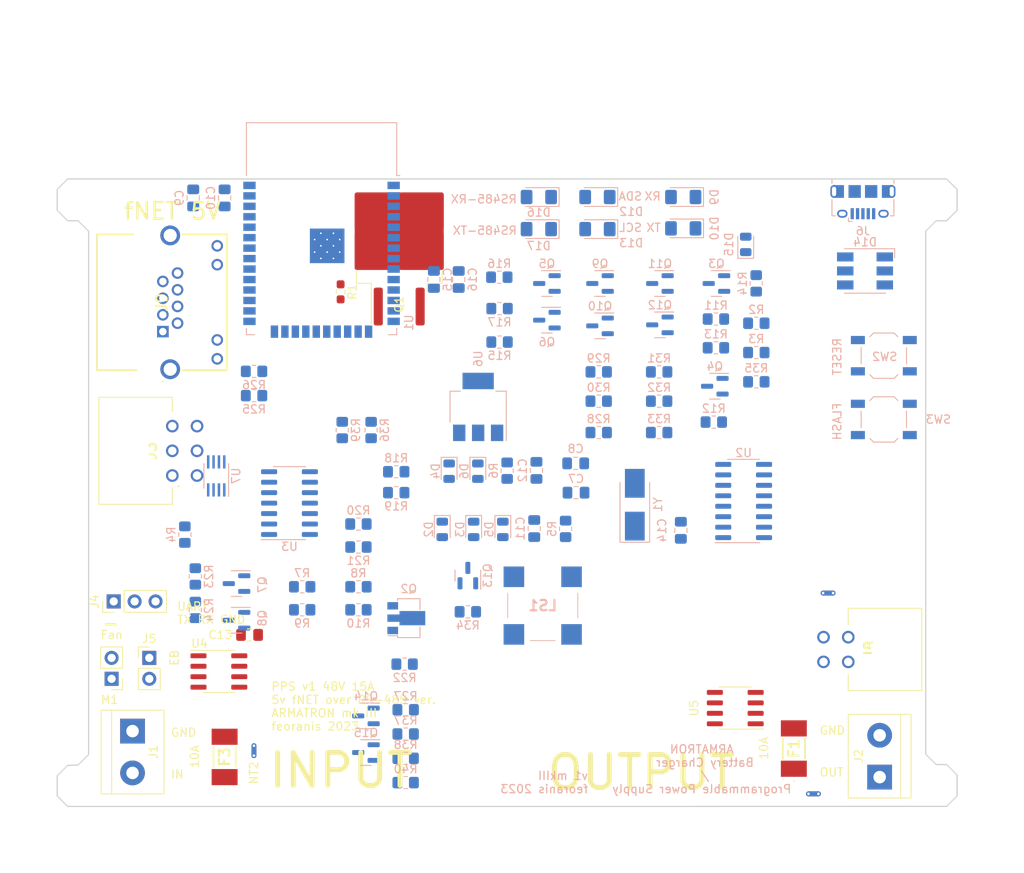
<source format=kicad_pcb>
(kicad_pcb (version 20221018) (generator pcbnew)
  (layers (0 "F.Cu" signal) (1 "In1.Cu" signal) (2 "In2.Cu" signal) (31 "B.Cu" signal) (34 "B.Paste" user) (35 "F.Paste" user) (36 "B.SilkS" user "B.Silkscreen") (37 "F.SilkS" user "F.Silkscreen") (38 "B.Mask" user) (39 "F.Mask" user) (44 "Edge.Cuts" user))
  (net 0 "")
  (net 1 "VOUT")
  (net 2 "GND")
  (net 3 "Net-(D1-K)")
  (net 4 "SW")
  (net 5 "SWITCH_PIN")
  (net 11 "+5V")
  (net 23 "RS485_A")
  (net 24 "Net-(U2-XI)")
  (net 26 "Net-(U2-XO)")
  (net 28 "PIN_RESET")
  (net 29 "PIN_FLASH")
  (net 30 "RESET_UART")
  (net 31 "RESET_Header")
  (net 32 "FLASH_UART")
  (net 33 "Net-(D5-K)")
  (net 34 "Net-(D6-K)")
  (net 35 "VBUS")
  (net 36 "D+")
  (net 37 "D-")
  (net 39 "TX")
  (net 40 "RX")
  (net 45 "nDTR")
  (net 46 "nRTS")
  (net 48 "SDA")
  (net 49 "SCL")
  (net 50 "Net-(U4-FILTER)")
  (net 51 "Net-(U5-FILTER)")
  (net 52 "VIN")
  (net 53 "PIN_BATT_B_SENSE")
  (net 54 "PIN_BATT_B_SENSE_ADC")
  (net 55 "PIN_VIN_SENSE")
  (net 56 "PIN_VIN_SENSE_ADC")
  (net 57 "IN")
  (net 58 "OUT")
  (net 59 "PIN_VOUT_SENSE")
  (net 60 "Net-(LS1--)")
  (net 61 "Net-(D9-A)")
  (net 62 "Net-(D10-A)")
  (net 63 "PIN_RGB_G")
  (net 64 "PIN_RGB_R")
  (net 65 "PIN_RGB_B")
  (net 66 "Net-(D12-A)")
  (net 67 "Net-(D13-A)")
  (net 68 "EB")
  (net 69 "+12V")
  (net 70 "Net-(M1--)")
  (net 71 "Net-(NT2-Pad1)")
  (net 72 "Net-(NT3-Pad1)")
  (net 73 "Net-(Q2-B)")
  (net 74 "Net-(Q3-B)")
  (net 75 "Net-(Q3-C)")
  (net 76 "Net-(Q4-B)")
  (net 77 "Net-(Q4-C)")
  (net 78 "Net-(Q5-B)")
  (net 79 "Net-(Q5-C)")
  (net 80 "Net-(Q6-B)")
  (net 81 "Net-(Q7-B)")
  (net 82 "Net-(Q8-B)")
  (net 83 "Net-(Q9-B)")
  (net 84 "Net-(Q10-B)")
  (net 85 "Net-(Q10-C)")
  (net 86 "Net-(Q11-B)")
  (net 87 "Net-(Q11-C)")
  (net 88 "Net-(Q12-C)")
  (net 89 "Net-(Q13-B)")
  (net 90 "VIN_ADC")
  (net 91 "VOUT_ADC")
  (net 92 "PIN_Fan")
  (net 93 "PIN_BUZZER")
  (net 94 "+3.3V")
  (net 95 "Net-(D14-BK)")
  (net 96 "Net-(D14-RK)")
  (net 97 "Net-(D14-GK)")
  (net 98 "RS485_B")
  (net 99 "RS485_RX")
  (net 100 "RS485_RX_H")
  (net 101 "RS485_TX")
  (net 102 "RS485_TX_H")
  (net 103 "RS485_DE")
  (net 104 "LED_1A")
  (net 105 "LED_1B")
  (net 106 "GND_PIN")
  (net 107 "PGND")
  (net 108 "C_IN")
  (net 110 "C_OUT")
  (net 111 "Net-(J9-A_GREEN)")
  (net 112 "Net-(J9-A_YELLOW)")
  (net 115 "Net-(D16-A)")
  (net 116 "Net-(D17-A)")
  (net 117 "Net-(Q14-B)")
  (net 118 "Net-(Q14-C)")
  (net 119 "Net-(Q15-B)")
  (net 120 "Net-(Q15-C)")
  (footprint "NetTie:NetTie-2_THT_Pad0.3mm" (layer "F.Cu") (at 135.566 143.256 180)
    (fp_text reference "NT3" hide)
    (fp_text value "NetTie_2")
    (fp_poly (pts (xy 0 -0.3) (xy 1.2 -0.3) (xy 1.2 0.3) (xy 0 0.3)) (fill solid) (layer "F.Cu"))
    (fp_poly (pts (xy 0 -0.3) (xy 1.2 -0.3) (xy 1.2 0.3) (xy 0 0.3)) (fill solid) (layer "B.Cu"))
    (pad "1" thru_hole circle (at 0 0 180) (size 0.6 0.6) (drill 0.3) (layers "*.Cu") (net 72 "Net-(NT3-Pad1)"))
    (pad "2" thru_hole circle (at 1.2 0 180) (size 0.6 0.6) (drill 0.3) (layers "*.Cu") (net 58 "OUT"))
  )
  (footprint "MountingHole:MountingHole_3.2mm_M3" (layer "F.Cu") (at 45.72 71.12)
    (fp_text reference "MH4" hide)
    (fp_text value "MountingHole_3.2mm_M3")
    (pad "" np_thru_hole circle (at 0 0) (size 3.2 3.2) (drill 3.2) (layers "*.Cu" "*.Mask"))
  )
  (footprint "MountingHole:MountingHole_3.2mm_M3" (layer "F.Cu") (at 45.72 142.24)
    (fp_text reference "MH1" hide)
    (fp_text value "MountingHole_3.2mm_M3")
    (pad "" np_thru_hole circle (at 0 0) (size 3.2 3.2) (drill 3.2) (layers "*.Cu" "*.Mask"))
  )
  (footprint "Connector_PinHeader_2.54mm:PinHeader_1x02_P2.54mm_Vertical" (layer "F.Cu") (at 54.356 126.746)
    (fp_text reference "J5" (at 0 -2.33) (layer "F.SilkS"))
    (fp_text value "Conn_01x02")
    (pad "1" thru_hole rect (at 0 0) (size 1.7 1.7) (drill 1) (layers "*.Cu" "*.Mask") (net 68 "EB"))
    (pad "2" thru_hole oval (at 0 2.54) (size 1.7 1.7) (drill 1) (layers "*.Cu" "*.Mask") (net 2 "GND"))
  )
  (footprint "Package_SO:SOIC-8_3.9x4.9mm_P1.27mm" (layer "F.Cu") (at 62.803 128.397)
    (fp_text reference "U4" (at -2.351 -3.4) (layer "F.SilkS"))
    (fp_text value "ACS712xLCTR-20A")
    (pad "1" smd roundrect (at -2.475 -1.905) (size 1.95 0.6) (layers "F.Cu" "F.Paste" "F.Mask") (net 52 "VIN"))
    (pad "2" smd roundrect (at -2.475 -0.635) (size 1.95 0.6) (layers "F.Cu" "F.Paste" "F.Mask") (net 52 "VIN"))
    (pad "3" smd roundrect (at -2.475 0.635) (size 1.95 0.6) (layers "F.Cu" "F.Paste" "F.Mask") (net 57 "IN"))
    (pad "4" smd roundrect (at -2.475 1.905) (size 1.95 0.6) (layers "F.Cu" "F.Paste" "F.Mask") (net 57 "IN"))
    (pad "5" smd roundrect (at 2.475 1.905) (size 1.95 0.6) (layers "F.Cu" "F.Paste" "F.Mask") (net 2 "GND"))
    (pad "6" smd roundrect (at 2.475 0.635) (size 1.95 0.6) (layers "F.Cu" "F.Paste" "F.Mask") (net 50 "Net-(U4-FILTER)"))
    (pad "7" smd roundrect (at 2.475 -0.635) (size 1.95 0.6) (layers "F.Cu" "F.Paste" "F.Mask") (net 55 "PIN_VIN_SENSE"))
    (pad "8" smd roundrect (at 2.475 -1.905) (size 1.95 0.6) (layers "F.Cu" "F.Paste" "F.Mask") (net 11 "+5V"))
  )
  (footprint "Package_SO:SOIC-8_3.9x4.9mm_P1.27mm" (layer "F.Cu") (at 125.476 132.842 180)
    (fp_text reference "U5" (at 5.015 0 90) (layer "F.SilkS"))
    (fp_text value "ACS712xLCTR-20A")
    (pad "1" smd roundrect (at -2.475 -1.905 180) (size 1.95 0.6) (layers "F.Cu" "F.Paste" "F.Mask") (net 58 "OUT"))
    (pad "2" smd roundrect (at -2.475 -0.635 180) (size 1.95 0.6) (layers "F.Cu" "F.Paste" "F.Mask") (net 58 "OUT"))
    (pad "3" smd roundrect (at -2.475 0.635 180) (size 1.95 0.6) (layers "F.Cu" "F.Paste" "F.Mask") (net 1 "VOUT"))
    (pad "4" smd roundrect (at -2.475 1.905 180) (size 1.95 0.6) (layers "F.Cu" "F.Paste" "F.Mask") (net 1 "VOUT"))
    (pad "5" smd roundrect (at 2.475 1.905 180) (size 1.95 0.6) (layers "F.Cu" "F.Paste" "F.Mask") (net 2 "GND"))
    (pad "6" smd roundrect (at 2.475 0.635 180) (size 1.95 0.6) (layers "F.Cu" "F.Paste" "F.Mask") (net 51 "Net-(U5-FILTER)"))
    (pad "7" smd roundrect (at 2.475 -0.635 180) (size 1.95 0.6) (layers "F.Cu" "F.Paste" "F.Mask") (net 59 "PIN_VOUT_SENSE"))
    (pad "8" smd roundrect (at 2.475 -1.905 180) (size 1.95 0.6) (layers "F.Cu" "F.Paste" "F.Mask") (net 11 "+5V"))
  )
  (footprint "Connector_PinHeader_2.54mm:PinHeader_1x03_P2.54mm_Vertical" (layer "F.Cu") (at 50.038 119.888 90)
    (fp_text reference "J4" (at 0 -2.33 90) (layer "F.SilkS"))
    (fp_text value "Conn_01x03_Pin")
    (pad "1" thru_hole rect (at 0 0 90) (size 1.7 1.7) (drill 1) (layers "*.Cu" "*.Mask") (net 39 "TX"))
    (pad "2" thru_hole oval (at 0 2.54 90) (size 1.7 1.7) (drill 1) (layers "*.Cu" "*.Mask") (net 40 "RX"))
    (pad "3" thru_hole oval (at 0 5.08 90) (size 1.7 1.7) (drill 1) (layers "*.Cu" "*.Mask") (net 2 "GND"))
  )
  (footprint "SamacSys_Parts:37946206" (layer "F.Cu") (at 57.152 104.6 -90)
    (fp_text reference "J3" (at -3 2.577 90) (layer "F.SilkS") (effects (font (size 1.27 1.27) (thickness 0.254))))
    (fp_text value "3-794620-6" hide)
    (pad "" np_thru_hole circle (at -3 4.32 270) (size 3.08 3.08) (drill 3.08) (layers "*.Cu" "*.Mask"))
    (pad "1" thru_hole circle (at 0 0 270) (size 1.53 1.53) (drill 1.02) (layers "*.Cu" "*.Mask") (net 107 "PGND"))
    (pad "2" thru_hole circle (at 0 -3 270) (size 1.53 1.53) (drill 1.02) (layers "*.Cu" "*.Mask") (net 107 "PGND"))
    (pad "3" thru_hole circle (at -3 0 270) (size 1.53 1.53) (drill 1.02) (layers "*.Cu" "*.Mask") (net 11 "+5V"))
    (pad "4" thru_hole circle (at -3 -3 270) (size 1.53 1.53) (drill 1.02) (layers "*.Cu" "*.Mask"))
    (pad "5" thru_hole circle (at -6 0 270) (size 1.53 1.53) (drill 1.02) (layers "*.Cu" "*.Mask") (net 108 "C_IN"))
    (pad "6" thru_hole circle (at -6 -3 270) (size 1.53 1.53) (drill 1.02) (layers "*.Cu" "*.Mask") (net 108 "C_IN"))
  )
  (footprint "SamacSys_Parts:37946204" (layer "F.Cu") (at 139.19 124.23 90)
    (fp_text reference "J8" (at -1.5 2.617 90) (layer "F.SilkS") (effects (font (size 1.27 1.27) (thickness 0.254))))
    (fp_text value "3-794620-4" hide)
    (pad "" np_thru_hole circle (at -1.5 4.32 90) (size 3.08 3.08) (drill 3.08) (layers "*.Cu" "*.Mask"))
    (pad "1" thru_hole circle (at 0 0 90) (size 1.53 1.53) (drill 1.02) (layers "*.Cu" "*.Mask") (net 107 "PGND"))
    (pad "2" thru_hole circle (at 0 -3 90) (size 1.53 1.53) (drill 1.02) (layers "*.Cu" "*.Mask") (net 107 "PGND"))
    (pad "3" thru_hole circle (at -3 0 90) (size 1.53 1.53) (drill 1.02) (layers "*.Cu" "*.Mask") (net 110 "C_OUT"))
    (pad "4" thru_hole circle (at -3 -3 90) (size 1.53 1.53) (drill 1.02) (layers "*.Cu" "*.Mask") (net 110 "C_OUT"))
  )
  (footprint "NetTie:NetTie-2_THT_Pad0.3mm" (layer "F.Cu") (at 67.056 138.614 90)
    (fp_text reference "NT2" (at -2.102 0 90) (layer "F.SilkS"))
    (fp_text value "NetTie_2")
    (fp_poly (pts (xy 0 -0.3) (xy 1.2 -0.3) (xy 1.2 0.3) (xy 0 0.3)) (fill solid) (layer "F.Cu"))
    (fp_poly (pts (xy 0 -0.3) (xy 1.2 -0.3) (xy 1.2 0.3) (xy 0 0.3)) (fill solid) (layer "B.Cu"))
    (pad "1" thru_hole circle (at 0 0 90) (size 0.6 0.6) (drill 0.3) (layers "*.Cu") (net 71 "Net-(NT2-Pad1)"))
    (pad "2" thru_hole circle (at 1.2 0 90) (size 0.6 0.6) (drill 0.3) (layers "*.Cu") (net 57 "IN"))
  )
  (footprint "MountingHole:MountingHole_3.2mm_M3" (layer "F.Cu") (at 149.86 142.24)
    (fp_text reference "MH2" hide)
    (fp_text value "MountingHole_3.2mm_M3")
    (pad "" np_thru_hole circle (at 0 0) (size 3.2 3.2) (drill 3.2) (layers "*.Cu" "*.Mask"))
  )
  (footprint "Resistor_SMD:R_0603_1608Metric_Pad0.98x0.95mm_HandSolder" (layer "F.Cu") (at 77.578 82.296 -90)
    (fp_text reference "R1" (at 0 -1.43 90) (layer "F.SilkS"))
    (fp_text value "R")
    (pad "1" smd roundrect (at -0.9125 0 270) (size 0.975 0.95) (layers "F.Cu" "F.Paste" "F.Mask") (net 52 "VIN"))
    (pad "2" smd roundrect (at 0.9125 0 270) (size 0.975 0.95) (layers "F.Cu" "F.Paste" "F.Mask") (net 4 "SW"))
  )
  (footprint "Capacitor_SMD:C_0805_2012Metric_Pad1.18x1.45mm_HandSolder" (layer "F.Cu") (at 66.5265 123.952)
    (fp_text reference "C13" (at -3.5345 0) (layer "F.SilkS"))
    (fp_text value "1n")
    (pad "1" smd roundrect (at -1.0375 0) (size 1.175 1.45) (layers "F.Cu" "F.Paste" "F.Mask") (roundrect_rratio 0.2127659574) (net 50 "Net-(U4-FILTER)"))
    (pad "2" smd roundrect (at 1.0375 0) (size 1.175 1.45) (layers "F.Cu" "F.Paste" "F.Mask") (roundrect_rratio 0.2127659574) (net 2 "GND"))
  )
  (footprint "Package_TO_SOT_SMD:TO-263-2" (layer "F.Cu") (at 84.69 76.43 90)
    (fp_text reference "Q1" (at -7.39 0 90) (layer "F.SilkS"))
    (fp_text value "IRF4905")
    (pad "1" smd roundrect (at -7.65 -2.54 90) (size 4.6 1.1) (layers "F.Cu" "F.Paste" "F.Mask") (roundrect_rratio 0.2272727273) (net 4 "SW"))
    (pad "2" smd roundrect (at -0.925 -2.775 90) (size 4.55 5.25) (layers "F.Cu" "F.Paste") (roundrect_rratio 0.05494505495) (net 52 "VIN"))
    (pad "2" smd roundrect (at -0.925 2.775 90) (size 4.55 5.25) (layers "F.Cu" "F.Paste") (roundrect_rratio 0.05494505495) (net 52 "VIN"))
    (pad "2" smd roundrect (at 1.5 0 90) (size 9.4 10.8) (layers "F.Cu" "F.Mask") (roundrect_rratio 0.02659595745) (net 52 "VIN"))
    (pad "2" smd roundrect (at 3.925 -2.775 90) (size 4.55 5.25) (layers "F.Cu" "F.Paste") (roundrect_rratio 0.05494505495) (net 52 "VIN"))
    (pad "2" smd roundrect (at 3.925 2.775 90) (size 4.55 5.25) (layers "F.Cu" "F.Paste") (roundrect_rratio 0.05494505495) (net 52 "VIN"))
    (pad "3" smd roundrect (at -7.65 2.54 90) (size 4.6 1.1) (layers "F.Cu" "F.Paste" "F.Mask") (roundrect_rratio 0.2272727273) (net 3 "Net-(D1-K)"))
  )
  (footprint "SamacSys_Parts:0451010MRL" (layer "F.Cu") (at 63.5 138.774 90)
    (fp_text reference "F3" (at 0 0 90) (layer "F.SilkS") (effects (font (size 1.27 1.27) (thickness 0.254))))
    (fp_text value "0451010.MRL" hide)
    (pad "1" smd rect (at -2.45 0 90) (size 1.96 3.15) (layers "F.Cu" "F.Paste" "F.Mask") (net 108 "C_IN"))
    (pad "2" smd rect (at 2.45 0 90) (size 1.96 3.15) (layers "F.Cu" "F.Paste" "F.Mask") (net 57 "IN"))
  )
  (footprint "SamacSys_Parts:SS90000009" (layer "F.Cu") (at 56.005 87.121 -90)
    (fp_text reference "J9" (at -3.555 0.125 -90) (layer "F.SilkS") (effects (font (size 1.27 1.27) (thickness 0.254))))
    (fp_text value "SS-90000-009" hide)
    (pad "" np_thru_hole circle (at -9.905 2.54 270) (size 3.25 3.25) (drill 3.25) (layers "*.Cu" "*.Mask"))
    (pad "" np_thru_hole circle (at 2.795 2.54 270) (size 3.25 3.25) (drill 3.25) (layers "*.Cu" "*.Mask"))
    (pad "1" thru_hole rect (at 0 0 270) (size 1.4 1.4) (drill 0.9) (layers "*.Cu" "*.Mask") (net 23 "RS485_A"))
    (pad "2" thru_hole circle (at -1.02 -1.78 270) (size 1.4 1.4) (drill 0.9) (layers "*.Cu" "*.Mask") (net 98 "RS485_B"))
    (pad "3" thru_hole circle (at -2.04 0 270) (size 1.4 1.4) (drill 0.9) (layers "*.Cu" "*.Mask") (net 2 "GND"))
    (pad "4" thru_hole circle (at -3.06 -1.78 270) (size 1.4 1.4) (drill 0.9) (layers "*.Cu" "*.Mask") (net 11 "+5V"))
    (pad "5" thru_hole circle (at -4.05 0 270) (size 1.4 1.4) (drill 0.9) (layers "*.Cu" "*.Mask") (net 2 "GND"))
    (pad "6" thru_hole circle (at -5.07 -1.78 270) (size 1.4 1.4) (drill 0.9) (layers "*.Cu" "*.Mask") (net 11 "+5V"))
    (pad "7" thru_hole circle (at -6.09 0 270) (size 1.4 1.4) (drill 0.9) (layers "*.Cu" "*.Mask") (net 106 "GND_PIN"))
    (pad "8" thru_hole circle (at -7.11 -1.78 270) (size 1.4 1.4) (drill 0.9) (layers "*.Cu" "*.Mask") (net 11 "+5V"))
    (pad "9" thru_hole circle (at 3.305 -6.6 270) (size 1.4 1.4) (drill 0.9) (layers "*.Cu" "*.Mask") (net 2 "GND"))
    (pad "10" thru_hole circle (at 1.015 -6.6 270) (size 1.4 1.4) (drill 0.9) (layers "*.Cu" "*.Mask") (net 111 "Net-(J9-A_GREEN)"))
    (pad "11" thru_hole circle (at -8.125 -6.6 270) (size 1.4 1.4) (drill 0.9) (layers "*.Cu" "*.Mask") (net 2 "GND"))
    (pad "12" thru_hole circle (at -10.415 -6.6 270) (size 1.4 1.4) (drill 0.9) (layers "*.Cu" "*.Mask") (net 112 "Net-(J9-A_YELLOW)"))
    (pad "MH3" thru_hole circle (at 4.57 -0.89 270) (size 2.4 2.4) (drill 1.6) (layers "*.Cu" "*.Mask"))
    (pad "MH4" thru_hole circle (at -11.68 -0.89 270) (size 2.4 2.4) (drill 1.6) (layers "*.Cu" "*.Mask"))
  )
  (footprint "MountingHole:MountingHole_3.2mm_M3" (layer "F.Cu") (at 149.86 71.12)
    (fp_text reference "MH3" hide)
    (fp_text value "MountingHole_3.2mm_M3")
    (pad "" np_thru_hole circle (at 0 0) (size 3.2 3.2) (drill 3.2) (layers "*.Cu" "*.Mask"))
  )
  (footprint "NetTie:NetTie-2_THT_Pad0.3mm" (layer "F.Cu") (at 137.344 118.872 180)
    (fp_text reference "NT1" hide)
    (fp_text value "NetTie_2")
    (fp_poly (pts (xy 0 -0.3) (xy 1.2 -0.3) (xy 1.2 0.3) (xy 0 0.3)) (fill solid) (layer "F.Cu"))
    (fp_poly (pts (xy 0 -0.3) (xy 1.2 -0.3) (xy 1.2 0.3) (xy 0 0.3)) (fill solid) (layer "B.Cu"))
    (pad "1" thru_hole circle (at 0 0 180) (size 0.6 0.6) (drill 0.3) (layers "*.Cu") (net 107 "PGND"))
    (pad "2" thru_hole circle (at 1.2 0 180) (size 0.6 0.6) (drill 0.3) (layers "*.Cu") (net 2 "GND"))
  )
  (footprint "Connector_PinHeader_2.54mm:PinHeader_1x02_P2.54mm_Vertical" (layer "F.Cu") (at 49.784 129.286 180)
    (fp_text reference "M1" (at 0.254 -2.54) (layer "F.SilkS"))
    (fp_text value "Fan")
    (pad "1" thru_hole rect (at 0 0 180) (size 1.7 1.7) (drill 1) (layers "*.Cu" "*.Mask") (net 69 "+12V"))
    (pad "2" thru_hole oval (at 0 2.54 180) (size 1.7 1.7) (drill 1) (layers "*.Cu" "*.Mask") (net 70 "Net-(M1--)"))
  )
  (footprint "SamacSys_Parts:0451010MRL" (layer "F.Cu") (at 132.588 137.758 90)
    (fp_text reference "F1" (at 0 0 90) (layer "F.SilkS") (effects (font (size 1.27 1.27) (thickness 0.254))))
    (fp_text value "0451010.MRL" hide)
    (pad "1" smd rect (at -2.45 0 90) (size 1.96 3.15) (layers "F.Cu" "F.Paste" "F.Mask") (net 110 "C_OUT"))
    (pad "2" smd rect (at 2.45 0 90) (size 1.96 3.15) (layers "F.Cu" "F.Paste" "F.Mask") (net 58 "OUT"))
  )
  (footprint "TerminalBlock:TerminalBlock_bornier-2_P5.08mm" (layer "F.Cu") (at 143.002 141.224 90)
    (fp_text reference "J2" (at 2.54 -2.54 90) (layer "F.SilkS"))
    (fp_text value "Screw_Terminal_01x02")
    (pad "1" thru_hole rect (at 0 0 90) (size 3 3) (drill 1.52) (layers "*.Cu" "*.Mask") (net 110 "C_OUT"))
    (pad "2" thru_hole circle (at 5.08 0 90) (size 3 3) (drill 1.52) (layers "*.Cu" "*.Mask") (net 107 "PGND"))
  )
  (footprint "TerminalBlock:TerminalBlock_bornier-2_P5.08mm" (layer "F.Cu") (at 52.324 135.636 -90)
    (fp_text reference "J1" (at 2.54 -2.54 90) (layer "F.SilkS"))
    (fp_text value "Screw_Terminal_01x02")
    (pad "1" thru_hole rect (at 0 0 270) (size 3 3) (drill 1.52) (layers "*.Cu" "*.Mask") (net 107 "PGND"))
    (pad "2" thru_hole circle (at 5.08 0 270) (size 3 3) (drill 1.52) (layers "*.Cu" "*.Mask") (net 108 "C_IN"))
  )
  (footprint "Diode_SMD:D_0805_2012Metric" (layer "B.Cu") (at 94.234 104.0745 -90)
    (fp_text reference "D6" (at 0 1.65 90) (layer "B.SilkS") (effects (justify mirror)))
    (fp_text value "D")
    (pad "1" smd roundrect (at -0.9375 0 270) (size 0.975 1.4) (layers "B.Cu" "B.Paste" "B.Mask") (net 34 "Net-(D6-K)"))
    (pad "2" smd roundrect (at 0.9375 0 270) (size 0.975 1.4) (layers "B.Cu" "B.Paste" "B.Mask") (net 29 "PIN_FLASH"))
  )
  (footprint "Package_TO_SOT_SMD:SOT-23" (layer "B.Cu") (at 109.063 86.426 180)
    (fp_text reference "Q10" (at 0 2.4) (layer "B.SilkS") (effects (justify mirror)))
    (fp_text value "BC817")
    (pad "1" smd roundrect (at -0.9375 0.95 180) (size 1.475 0.6) (layers "B.Cu" "B.Paste" "B.Mask") (net 84 "Net-(Q10-B)"))
    (pad "2" smd roundrect (at -0.9375 -0.95 180) (size 1.475 0.6) (layers "B.Cu" "B.Paste" "B.Mask") (net 2 "GND"))
    (pad "3" smd roundrect (at 0.9375 0 180) (size 1.475 0.6) (layers "B.Cu" "B.Paste" "B.Mask") (net 85 "Net-(Q10-C)"))
  )
  (footprint "Package_SO:SOIC-14_3.9x8.7mm_P1.27mm" (layer "B.Cu") (at 71.374 107.95)
    (fp_text reference "U3" (at 0 5.28) (layer "B.SilkS") (effects (justify mirror)))
    (fp_text value "MCP3428")
    (pad "1" smd roundrect (at -2.475 3.81) (size 1.95 0.6) (layers "B.Cu" "B.Paste" "B.Mask") (net 55 "PIN_VIN_SENSE"))
    (pad "2" smd roundrect (at -2.475 2.54) (size 1.95 0.6) (layers "B.Cu" "B.Paste" "B.Mask") (net 2 "GND"))
    (pad "3" smd roundrect (at -2.475 1.27) (size 1.95 0.6) (layers "B.Cu" "B.Paste" "B.Mask") (net 59 "PIN_VOUT_SENSE"))
    (pad "4" smd roundrect (at -2.475 0) (size 1.95 0.6) (layers "B.Cu" "B.Paste" "B.Mask") (net 2 "GND"))
    (pad "5" smd roundrect (at -2.475 -1.27) (size 1.95 0.6) (layers "B.Cu" "B.Paste" "B.Mask") (net 2 "GND"))
    (pad "6" smd roundrect (at -2.475 -2.54) (size 1.95 0.6) (layers "B.Cu" "B.Paste" "B.Mask") (net 94 "+3.3V"))
    (pad "7" smd roundrect (at -2.475 -3.81) (size 1.95 0.6) (layers "B.Cu" "B.Paste" "B.Mask") (net 48 "SDA"))
    (pad "8" smd roundrect (at 2.475 -3.81) (size 1.95 0.6) (layers "B.Cu" "B.Paste" "B.Mask") (net 49 "SCL"))
    (pad "9" smd roundrect (at 2.475 -2.54) (size 1.95 0.6) (layers "B.Cu" "B.Paste" "B.Mask") (net 2 "GND"))
    (pad "10" smd roundrect (at 2.475 -1.27) (size 1.95 0.6) (layers "B.Cu" "B.Paste" "B.Mask") (net 2 "GND"))
    (pad "11" smd roundrect (at 2.475 0) (size 1.95 0.6) (layers "B.Cu" "B.Paste" "B.Mask") (net 90 "VIN_ADC"))
    (pad "12" smd roundrect (at 2.475 1.27) (size 1.95 0.6) (layers "B.Cu" "B.Paste" "B.Mask") (net 2 "GND"))
    (pad "13" smd roundrect (at 2.475 2.54) (size 1.95 0.6) (layers "B.Cu" "B.Paste" "B.Mask") (net 91 "VOUT_ADC"))
    (pad "14" smd roundrect (at 2.475 3.81) (size 1.95 0.6) (layers "B.Cu" "B.Paste" "B.Mask") (net 2 "GND"))
  )
  (footprint "Resistor_SMD:R_0805_2012Metric_Pad1.20x1.40mm_HandSolder" (layer "B.Cu") (at 67.072 91.948)
    (fp_text reference "R26" (at 0 1.65) (layer "B.SilkS") (effects (justify mirror)))
    (fp_text value "1K")
    (pad "1" smd roundrect (at -1 0) (size 1.2 1.4) (layers "B.Cu" "B.Paste" "B.Mask") (roundrect_rratio 0.208333) (net 111 "Net-(J9-A_GREEN)"))
    (pad "2" smd roundrect (at 1 0) (size 1.2 1.4) (layers "B.Cu" "B.Paste" "B.Mask") (roundrect_rratio 0.208333) (net 104 "LED_1A"))
  )
  (footprint "Resistor_SMD:R_0805_2012Metric_Pad1.20x1.40mm_HandSolder" (layer "B.Cu") (at 85.4725 141.892 180)
    (fp_text reference "R40" (at 0 1.65) (layer "B.SilkS") (effects (justify mirror)))
    (fp_text value "1k")
    (pad "1" smd roundrect (at -1 0 180) (size 1.2 1.4) (layers "B.Cu" "B.Paste" "B.Mask") (roundrect_rratio 0.208333) (net 120 "Net-(Q15-C)"))
    (pad "2" smd roundrect (at 1 0 180) (size 1.2 1.4) (layers "B.Cu" "B.Paste" "B.Mask") (roundrect_rratio 0.208333) (net 116 "Net-(D17-A)"))
  )
  (footprint "Resistor_SMD:R_0805_2012Metric_Pad1.20x1.40mm_HandSolder" (layer "B.Cu") (at 77.777 99.076 90)
    (fp_text reference "R39" (at 0 1.65 90) (layer "B.SilkS") (effects (justify mirror)))
    (fp_text value "1K")
    (pad "1" smd roundrect (at -1 0 90) (size 1.2 1.4) (layers "B.Cu" "B.Paste" "B.Mask") (roundrect_rratio 0.2083333333) (net 101 "RS485_TX"))
    (pad "2" smd roundrect (at 1 0 90) (size 1.2 1.4) (layers "B.Cu" "B.Paste" "B.Mask") (roundrect_rratio 0.2083333333) (net 102 "RS485_TX_H"))
  )
  (footprint "LED_SMD:LED_1206_3216Metric_Pad1.42x1.75mm_HandSolder" (layer "B.Cu") (at 101.6365 70.778 180)
    (fp_text reference "D16" (at 0 -1.866) (layer "B.SilkS") (effects (justify mirror)))
    (fp_text value "LED")
    (pad "1" smd roundrect (at -1.4875 0 180) (size 1.425 1.75) (layers "B.Cu" "B.Paste" "B.Mask") (roundrect_rratio 0.175439) (net 94 "+3.3V"))
    (pad "2" smd roundrect (at 1.4875 0 180) (size 1.425 1.75) (layers "B.Cu" "B.Paste" "B.Mask") (roundrect_rratio 0.175439) (net 115 "Net-(D16-A)"))
  )
  (footprint "Diode_SMD:D_0805_2012Metric" (layer "B.Cu") (at 93.726 111.14 -90)
    (fp_text reference "D3" (at 0 1.65 90) (layer "B.SilkS") (effects (justify mirror)))
    (fp_text value "D")
    (pad "1" smd roundrect (at -0.9375 0 270) (size 0.975 1.4) (layers "B.Cu" "B.Paste" "B.Mask") (net 31 "RESET_Header"))
    (pad "2" smd roundrect (at 0.9375 0 270) (size 0.975 1.4) (layers "B.Cu" "B.Paste" "B.Mask") (net 28 "PIN_RESET"))
  )
  (footprint "LED_SMD:LED_1206_3216Metric_Pad1.42x1.75mm_HandSolder" (layer "B.Cu") (at 108.7485 70.778 180)
    (fp_text reference "D12" (at -4.1005 -1.778) (layer "B.SilkS") (effects (justify mirror)))
    (fp_text value "LED")
    (pad "1" smd roundrect (at -1.4875 0 180) (size 1.425 1.75) (layers "B.Cu" "B.Paste" "B.Mask") (roundrect_rratio 0.1754392982) (net 94 "+3.3V"))
    (pad "2" smd roundrect (at 1.4875 0 180) (size 1.425 1.75) (layers "B.Cu" "B.Paste" "B.Mask") (roundrect_rratio 0.1754392982) (net 66 "Net-(D12-A)"))
  )
  (footprint "Package_TO_SOT_SMD:SOT-23" (layer "B.Cu") (at 102.616 81.28 180)
    (fp_text reference "Q5" (at 0 2.4) (layer "B.SilkS") (effects (justify mirror)))
    (fp_text value "BC817")
    (pad "1" smd roundrect (at -0.9375 0.95 180) (size 1.475 0.6) (layers "B.Cu" "B.Paste" "B.Mask") (net 78 "Net-(Q5-B)"))
    (pad "2" smd roundrect (at -0.9375 -0.95 180) (size 1.475 0.6) (layers "B.Cu" "B.Paste" "B.Mask") (net 2 "GND"))
    (pad "3" smd roundrect (at 0.9375 0 180) (size 1.475 0.6) (layers "B.Cu" "B.Paste" "B.Mask") (net 79 "Net-(Q5-C)"))
  )
  (footprint "Resistor_SMD:R_0805_2012Metric_Pad1.20x1.40mm_HandSolder" (layer "B.Cu") (at 85.4725 138.942 180)
    (fp_text reference "R38" (at 0 1.65) (layer "B.SilkS") (effects (justify mirror)))
    (fp_text value "1k")
    (pad "1" smd roundrect (at -1 0 180) (size 1.2 1.4) (layers "B.Cu" "B.Paste" "B.Mask") (roundrect_rratio 0.208333) (net 118 "Net-(Q14-C)"))
    (pad "2" smd roundrect (at 1 0 180) (size 1.2 1.4) (layers "B.Cu" "B.Paste" "B.Mask") (roundrect_rratio 0.208333) (net 115 "Net-(D16-A)"))
  )
  (footprint "Resistor_SMD:R_0805_2012Metric_Pad1.20x1.40mm_HandSolder" (layer "B.Cu") (at 128.032 93.218 180)
    (fp_text reference "R35" (at 0 1.65) (layer "B.SilkS") (effects (justify mirror)))
    (fp_text value "220R")
    (pad "1" smd roundrect (at -1 0 180) (size 1.2 1.4) (layers "B.Cu" "B.Paste" "B.Mask") (roundrect_rratio 0.2083333333) (net 2 "GND"))
    (pad "2" smd roundrect (at 1 0 180) (size 1.2 1.4) (layers "B.Cu" "B.Paste" "B.Mask") (roundrect_rratio 0.2083333333) (net 95 "Net-(D14-BK)"))
  )
  (footprint "Package_TO_SOT_SMD:SOT-23" (layer "B.Cu") (at 93.02 116.7515 90)
    (fp_text reference "Q13" (at 0 2.4 90) (layer "B.SilkS") (effects (justify mirror)))
    (fp_text value "BC817")
    (pad "1" smd roundrect (at -0.9375 0.95 90) (size 1.475 0.6) (layers "B.Cu" "B.Paste" "B.Mask") (net 89 "Net-(Q13-B)"))
    (pad "2" smd roundrect (at -0.9375 -0.95 90) (size 1.475 0.6) (layers "B.Cu" "B.Paste" "B.Mask") (net 2 "GND"))
    (pad "3" smd roundrect (at 0.9375 0 90) (size 1.475 0.6) (layers "B.Cu" "B.Paste" "B.Mask") (net 60 "Net-(LS1--)"))
  )
  (footprint "SamacSys_Parts:CMT8504100SMTTR" (layer "B.Cu") (at 102.108 120.396)
    (fp_text reference "LS1" (at 0 0) (layer "B.SilkS") (effects (font (size 1.27 1.27) (thickness 0.254)) (justify mirror)))
    (fp_text value "CMT-8504-100-SMT-TR" hide)
    (pad "1" smd rect (at -3.5 3.5 270) (size 2.5 2.5) (layers "B.Cu" "B.Paste" "B.Mask") (net 11 "+5V"))
    (pad "2" smd rect (at -3.5 -3.5 270) (size 2.5 2.5) (layers "B.Cu" "B.Paste" "B.Mask") (net 60 "Net-(LS1--)"))
    (pad "3" smd rect (at 3.5 -3.5 270) (size 2.5 2.5) (layers "B.Cu" "B.Paste" "B.Mask"))
    (pad "4" smd rect (at 3.5 3.5 270) (size 2.5 2.5) (layers "B.Cu" "B.Paste" "B.Mask"))
  )
  (footprint "Resistor_SMD:R_0805_2012Metric_Pad1.20x1.40mm_HandSolder" (layer "B.Cu") (at 84.328 106.68)
    (fp_text reference "R19" (at 0 1.65) (layer "B.SilkS") (effects (justify mirror)))
    (fp_text value "15K")
    (pad "1" smd roundrect (at -1 0) (size 1.2 1.4) (layers "B.Cu" "B.Paste" "B.Mask") (roundrect_rratio 0.2083333333) (net 90 "VIN_ADC"))
    (pad "2" smd roundrect (at 1 0) (size 1.2 1.4) (layers "B.Cu" "B.Paste" "B.Mask") (roundrect_rratio 0.2083333333) (net 2 "GND"))
  )
  (footprint "Resistor_SMD:R_0805_2012Metric_Pad1.20x1.40mm_HandSolder" (layer "B.Cu") (at 123.1275 85.598 180)
    (fp_text reference "R11" (at 0 1.65) (layer "B.SilkS") (effects (justify mirror)))
    (fp_text value "10K")
    (pad "1" smd roundrect (at -1 0 180) (size 1.2 1.4) (layers "B.Cu" "B.Paste" "B.Mask") (roundrect_rratio 0.2083333333) (net 40 "RX"))
    (pad "2" smd roundrect (at 1 0 180) (size 1.2 1.4) (layers "B.Cu" "B.Paste" "B.Mask") (roundrect_rratio 0.2083333333) (net 74 "Net-(Q3-B)"))
  )
  (footprint "Connector_USB:USB_Micro-B_Amphenol_10118194_Horizontal" (layer "B.Cu") (at 140.97 71.404)
    (fp_text reference "J6" (at 0 3.5) (layer "B.SilkS") (effects (justify mirror)))
    (fp_text value "USB_B_Micro")
    (pad "1" smd rect (at -1.3 1.4) (size 0.4 1.35) (layers "B.Cu" "B.Paste" "B.Mask") (net 35 "VBUS"))
    (pad "2" smd rect (at -0.65 1.4) (size 0.4 1.35) (layers "B.Cu" "B.Paste" "B.Mask") (net 37 "D-"))
    (pad "3" smd rect (at 0 1.4) (size 0.4 1.35) (layers "B.Cu" "B.Paste" "B.Mask") (net 36 "D+"))
    (pad "4" smd rect (at 0.65 1.4) (size 0.4 1.35) (layers "B.Cu" "B.Paste" "B.Mask"))
    (pad "5" smd rect (at 1.3 1.4) (size 0.4 1.35) (layers "B.Cu" "B.Paste" "B.Mask") (net 2 "GND"))
    (pad "6" thru_hole oval (at -3.5 -1.3) (size 0.89 1.55) (drill oval 0.5 1.15) (layers "*.Cu" "*.Mask") (net 2 "GND"))
    (pad "6" smd rect (at -2.9 -1.3) (size 1.2 1.55) (layers "B.Cu" "B.Paste" "B.Mask") (net 2 "GND"))
    (pad "6" thru_hole oval (at -2.5 1.4) (size 1.25 0.95) (drill oval 0.85 0.55) (layers "*.Cu" "*.Mask") (net 2 "GND"))
    (pad "6" smd rect (at -1 -1.3) (size 1.5 1.55) (layers "B.Cu" "B.Paste" "B.Mask") (net 2 "GND"))
    (pad "6" smd rect (at 1 -1.3) (size 1.5 1.55) (layers "B.Cu" "B.Paste" "B.Mask") (net 2 "GND"))
    (pad "6" thru_hole oval (at 2.5 1.4) (size 1.25 0.95) (drill oval 0.85 0.55) (layers "*.Cu" "*.Mask") (net 2 "GND"))
    (pad "6" smd rect (at 2.9 -1.3) (size 1.2 1.55) (layers "B.Cu" "B.Paste" "B.Mask") (net 2 "GND"))
    (pad "6" thru_hole oval (at 3.5 -1.3) (size 0.89 1.55) (drill oval 0.5 1.15) (layers "*.Cu" "*.Mask") (net 2 "GND"))
  )
  (footprint "Resistor_SMD:R_0805_2012Metric_Pad1.20x1.40mm_HandSolder" (layer "B.Cu") (at 96.8365 80.518 180)
    (fp_text reference "R16" (at 0 1.65) (layer "B.SilkS") (effects (justify mirror)))
    (fp_text value "1K")
    (pad "1" smd roundrect (at -1 0 180) (size 1.2 1.4) (layers "B.Cu" "B.Paste" "B.Mask") (roundrect_rratio 0.2083333333) (net 79 "Net-(Q5-C)"))
    (pad "2" smd roundrect (at 1 0 180) (size 1.2 1.4) (layers "B.Cu" "B.Paste" "B.Mask") (roundrect_rratio 0.2083333333) (net 80 "Net-(Q6-B)"))
  )
  (footprint "Package_TO_SOT_SMD:SOT-23" (layer "B.Cu") (at 102.616 85.73 180)
    (fp_text reference "Q6" (at 0 -2.662) (layer "B.SilkS") (effects (justify mirror)))
    (fp_text value "BC817")
    (pad "1" smd roundrect (at -0.9375 0.95 180) (size 1.475 0.6) (layers "B.Cu" "B.Paste" "B.Mask") (net 80 "Net-(Q6-B)"))
    (pad "2" smd roundrect (at -0.9375 -0.95 180) (size 1.475 0.6) (layers "B.Cu" "B.Paste" "B.Mask") (net 2 "GND"))
    (pad "3" smd roundrect (at 0.9375 0 180) (size 1.475 0.6) (layers "B.Cu" "B.Paste" "B.Mask") (net 4 "SW"))
  )
  (footprint "Resistor_SMD:R_0805_2012Metric_Pad1.20x1.40mm_HandSolder" (layer "B.Cu") (at 59.944 116.856 90)
    (fp_text reference "R23" (at 0 1.65 90) (layer "B.SilkS") (effects (justify mirror)))
    (fp_text value "10K")
    (pad "1" smd roundrect (at -1 0 90) (size 1.2 1.4) (layers "B.Cu" "B.Paste" "B.Mask") (roundrect_rratio 0.2083333333) (net 45 "nDTR"))
    (pad "2" smd roundrect (at 1 0 90) (size 1.2 1.4) (layers "B.Cu" "B.Paste" "B.Mask") (roundrect_rratio 0.2083333333) (net 81 "Net-(Q7-B)"))
  )
  (footprint "Package_TO_SOT_SMD:SOT-23" (layer "B.Cu") (at 64.9455 117.724 180)
    (fp_text reference "Q7" (at -3.1265 -0.132 90) (layer "B.SilkS") (effects (justify mirror)))
    (fp_text value "BC817")
    (pad "1" smd roundrect (at -0.9375 0.95 180) (size 1.475 0.6) (layers "B.Cu" "B.Paste" "B.Mask") (net 81 "Net-(Q7-B)"))
    (pad "2" smd roundrect (at -0.9375 -0.95 180) (size 1.475 0.6) (layers "B.Cu" "B.Paste" "B.Mask") (net 46 "nRTS"))
    (pad "3" smd roundrect (at 0.9375 0 180) (size 1.475 0.6) (layers "B.Cu" "B.Paste" "B.Mask") (net 30 "RESET_UART"))
  )
  (footprint "Package_TO_SOT_SMD:SOT-23" (layer "B.Cu") (at 80.6525 138.242 180)
    (fp_text reference "Q15" (at 0 2.4) (layer "B.SilkS") (effects (justify mirror)))
    (fp_text value "BC817")
    (pad "1" smd roundrect (at -0.9375 0.95 180) (size 1.475 0.6) (layers "B.Cu" "B.Paste" "B.Mask") (net 119 "Net-(Q15-B)"))
    (pad "2" smd roundrect (at -0.9375 -0.95 180) (size 1.475 0.6) (layers "B.Cu" "B.Paste" "B.Mask") (net 2 "GND"))
    (pad "3" smd roundrect (at 0.9375 0 180) (size 1.475 0.6) (layers "B.Cu" "B.Paste" "B.Mask") (net 120 "Net-(Q15-C)"))
  )
  (footprint "Resistor_SMD:R_0805_2012Metric_Pad1.20x1.40mm_HandSolder" (layer "B.Cu") (at 123.1275 89.088 180)
    (fp_text reference "R13" (at 0 1.65) (layer "B.SilkS") (effects (justify mirror)))
    (fp_text value "1k")
    (pad "1" smd roundrect (at -1 0 180) (size 1.2 1.4) (layers "B.Cu" "B.Paste" "B.Mask") (roundrect_rratio 0.2083333333) (net 75 "Net-(Q3-C)"))
    (pad "2" smd roundrect (at 1 0 180) (size 1.2 1.4) (layers "B.Cu" "B.Paste" "B.Mask") (roundrect_rratio 0.2083333333) (net 61 "Net-(D9-A)"))
  )
  (footprint "Resistor_SMD:R_0805_2012Metric_Pad1.20x1.40mm_HandSolder" (layer "B.Cu") (at 59.944 120.92 90)
    (fp_text reference "R24" (at 0 1.65 90) (layer "B.SilkS") (effects (justify mirror)))
    (fp_text value "10K")
    (pad "1" smd roundrect (at -1 0 90) (size 1.2 1.4) (layers "B.Cu" "B.Paste" "B.Mask") (roundrect_rratio 0.2083333333) (net 46 "nRTS"))
    (pad "2" smd roundrect (at 1 0 90) (size 1.2 1.4) (layers "B.Cu" "B.Paste" "B.Mask") (roundrect_rratio 0.2083333333) (net 82 "Net-(Q8-B)"))
  )
  (footprint "Resistor_SMD:R_0805_2012Metric_Pad1.20x1.40mm_HandSolder" (layer "B.Cu") (at 116.2375 92.014 180)
    (fp_text reference "R31" (at 0 1.65) (layer "B.SilkS") (effects (justify mirror)))
    (fp_text value "10K")
    (pad "1" smd roundrect (at -1 0 180) (size 1.2 1.4) (layers "B.Cu" "B.Paste" "B.Mask") (roundrect_rratio 0.2083333333) (net 49 "SCL"))
    (pad "2" smd roundrect (at 1 0 180) (size 1.2 1.4) (layers "B.Cu" "B.Paste" "B.Mask") (roundrect_rratio 0.2083333333) (net 86 "Net-(Q11-B)"))
  )
  (footprint "RF_Module:ESP32-WROOM-32" (layer "B.Cu") (at 75.265 77.6175 180)
    (fp_text reference "U1" (at -10.61 -8.43 90) (layer "B.SilkS") (effects (justify mirror)))
    (fp_text value "ESP32-WROOM-32")
    (pad "1" smd rect (at -8.75 8.25 180) (size 1.5 0.9) (layers "B.Cu" "B.Paste" "B.Mask") (net 2 "GND"))
    (pad "2" smd rect (at -8.75 6.98 180) (size 1.5 0.9) (layers "B.Cu" "B.Paste" "B.Mask") (net 94 "+3.3V"))
    (pad "3" smd rect (at -8.75 5.71 180) (size 1.5 0.9) (layers "B.Cu" "B.Paste" "B.Mask") (net 28 "PIN_RESET"))
    (pad "4" smd rect (at -8.75 4.44 180) (size 1.5 0.9) (layers "B.Cu" "B.Paste" "B.Mask"))
    (pad "5" smd rect (at -8.75 3.17 180) (size 1.5 0.9) (layers "B.Cu" "B.Paste" "B.Mask"))
    (pad "6" smd rect (at -8.75 1.9 180) (size 1.5 0.9) (layers "B.Cu" "B.Paste" "B.Mask"))
    (pad "7" smd rect (at -8.75 0.63 180) (size 1.5 0.9) (layers "B.Cu" "B.Paste" "B.Mask"))
    (pad "8" smd rect (at -8.75 -0.64 180) (size 1.5 0.9) (layers "B.Cu" "B.Paste" "B.Mask") (net 106 "GND_PIN"))
    (pad "9" smd rect (at -8.75 -1.91 180) (size 1.5 0.9) (layers "B.Cu" "B.Paste" "B.Mask"))
    (pad "10" smd rect (at -8.75 -3.18 180) (size 1.5 0.9) (layers "B.Cu" "B.Paste" "B.Mask") (net 65 "PIN_RGB_B"))
    (pad "11" smd rect (at -8.75 -4.45 180) (size 1.5 0.9) (layers "B.Cu" "B.Paste" "B.Mask") (net 48 "SDA"))
    (pad "12" smd rect (at -8.75 -5.72 180) (size 1.5 0.9) (layers "B.Cu" "B.Paste" "B.Mask") (net 49 "SCL"))
    (pad "13" smd rect (at -8.75 -6.99 180) (size 1.5 0.9) (layers "B.Cu" "B.Paste" "B.Mask") (net 104 "LED_1A"))
    (pad "14" smd rect (at -8.75 -8.26 180) (size 1.5 0.9) (layers "B.Cu" "B.Paste" "B.Mask"))
    (pad "15" smd rect (at -5.71 -9.51 90) (size 1.5 0.9) (layers "B.Cu" "B.Paste" "B.Mask") (net 2 "GND"))
    (pad "16" smd rect (at -4.44 -9.51 90) (size 1.5 0.9) (layers "B.Cu" "B.Paste" "B.Mask") (net 105 "LED_1B"))
    (pad "17" smd rect (at -3.17 -9.51 90) (size 1.5 0.9) (layers "B.Cu" "B.Paste" "B.Mask"))
    (pad "18" smd rect (at -1.9 -9.51 90) (size 1.5 0.9) (layers "B.Cu" "B.Paste" "B.Mask"))
    (pad "19" smd rect (at -0.63 -9.51 90) (size 1.5 0.9) (layers "B.Cu" "B.Paste" "B.Mask"))
    (pad "20" smd rect (at 0.64 -9.51 90) (size 1.5 0.9) (layers "B.Cu" "B.Paste" "B.Mask"))
    (pad "21" smd rect (at 1.91 -9.51 90) (size 1.5 0.9) (layers "B.Cu" "B.Paste" "B.Mask"))
    (pad "22" smd rect (at 3.18 -9.51 90) (size 1.5 0.9) (layers "B.Cu" "B.Paste" "B.Mask"))
    (pad "23" smd rect (at 4.45 -9.51 90) (size 1.5 0.9) (layers "B.Cu" "B.Paste" "B.Mask") (net 64 "PIN_RGB_R"))
    (pad "24" smd rect (at 5.72 -9.51 90) (size 1.5 0.9) (layers "B.Cu" "B.Paste" "B.Mask"))
    (pad "25" smd rect (at 8.75 -8.26 180) (size 1.5 0.9) (layers "B.Cu" "B.Paste" "B.Mask") (net 29 "PIN_FLASH"))
    (pad "26" smd rect (at 8.75 -6.99 180) (size 1.5 0.9) (layers "B.Cu" "B.Paste" "B.Mask"))
    (pad "27" smd rect (at 8.75 -5.72 180) (size 1.5 0.9) (layers "B.Cu" "B.Paste" "B.Mask") (net 99 "RS485_RX"))
    (pad "28" smd rect (at 8.75 -4.45 180) (size 1.5 0.9) (layers "B.Cu" "B.Paste" "B.Mask") (net 101 "RS485_TX"))
    (pad "29" smd rect (at 8.75 -3.18 180) (size 1.5 0.9) (layers "B.Cu" "B.Paste" "B.Mask"))
    (pad "30" smd rect (at 8.75 -1.91 180) (size 1.5 0.9) (layers "B.Cu" "B.Paste" "B.Mask") (net 5 "SWITCH_PIN"))
    (pad "31" smd rect (at 8.75 -0.64 180) (size 1.5 0.9) (layers "B.Cu" "B.Paste" "B.Mask") (net 68 "EB"))
    (pad "32" smd rect (at 8.75 0.63 180) (size 1.5 0.9) (layers "B.Cu" "B.Paste" "B.Mask"))
    (pad "33" smd rect (at 8.75 1.9 180) (size 1.5 0.9) (layers "B.Cu" "B.Paste" "B.Mask") (net 92 "PIN_Fan"))
    (pad "34" smd rect (at 8.75 3.17 180) (size 1.5 0.9) (layers "B.Cu" "B.Paste" "B.Mask") (net 40 "RX"))
    (pad "35" smd rect (at 8.75 4.44 180) (size 1.5 0.9) (layers "B.Cu" "B.Paste" "B.Mask") (net 39 "TX"))
    (pad "36" smd rect (at 8.75 5.71 180) (size 1.5 0.9) (layers "B.Cu" "B.Paste" "B.Mask") (net 93 "PIN_BUZZER"))
    (pad "37" smd rect (at 8.75 6.98 180) (size 1.5 0.9) (layers "B.Cu" "B.Paste" "B.Mask") (net 63 "PIN_RGB_G"))
    (pad "38" smd rect (at 8.75 8.25 180) (size 1.5 0.9) (layers "B.Cu" "B.Paste" "B.Mask") (net 2 "GND"))
    (pad "39" smd rect (at -2.205 -0.615 180) (size 1.05 1.05) (layers "B.Cu" "B.Paste") (net 2 "GND"))
    (pad "39" thru_hole circle (at -2.205 0.1475 180) (size 0.6 0.6) (drill 0.2) (property pad_prop_heatsink) (layers "*.Cu" "B.Mask") (net 2 "GND"))
    (pad "39" smd rect (at -2.205 0.91 180) (size 1.05 1.05) (layers "B.Cu" "B.Paste") (net 2 "GND"))
    (pad "39" thru_hole circle (at -2.205 1.6725 180) (size 0.6 0.6) (drill 0.2) (property pad_prop_heatsink) (layers "*.Cu" "B.Mask") (net 2 "GND"))
    (pad "39" smd rect (at -2.205 2.435 180) (size 1.05 1.05) (layers "B.Cu" "B.Paste") (net 2 "GND"))
    (pad "39" thru_hole circle (at -1.4425 -0.615 180) (size 0.6 0.6) (drill 0.2) (property pad_prop_heatsink) (layers "*.Cu" "B.Mask") (net 2 "GND"))
    (pad "39" thru_hole circle (at -1.4425 0.91 180) (size 0.6 0.6) (drill 0.2) (property pad_prop_heatsink) (layers "*.Cu" "B.Mask") (net 2 "GND"))
    (pad "39" thru_hole circle (at -1.4425 2.435 180) (size 0.6 0.6) (drill 0.2) (property pad_prop_heatsink) (layers "*.Cu" "B.Mask") (net 2 "GND"))
    (pad "39" smd rect (at -0.68 -0.615 180) (size 1.05 1.05) (layers "B.Cu" "B.Paste") (net 2 "GND"))
    (pad "39" thru_hole circle (at -0.68 0.1475 180) (size 0.6 0.6) (drill 0.2) (property pad_prop_heatsink) (layers "*.Cu" "B.Mask") (net 2 "GND"))
    (pad "39" smd rect (at -0.68 0.91 180) (size 1.05 1.05) (layers "B.Cu" "B.Paste") (net 2 "GND"))
    (pad "39" smd rect (at -0.68 0.91 180) (size 4.2 4.2) (layers "B.Cu" "B.Mask") (net 2 "GND"))
    (pad "39" thru_hole circle (at -0.68 1.6725 180) (size 0.6 0.6) (drill 0.2) (property pad_prop_heatsink) (layers "*.Cu" "B.Mask") (net 2 "GND"))
    (pad "39" smd rect (at -0.68 2.435 180) (size 1.05 1.05) (layers "B.Cu" "B.Paste") (net 2 "GND"))
    (pad "39" thru_hole circle (at 0.0825 -0.615 180) (size 0.6 0.6) (drill 0.2) (property pad_prop_heatsink) (layers "*.Cu" "B.Mask") (net 2 "GND"))
    (pad "39" thru_hole circle (at 0.0825 0.91 180) (size 0.6 0.6) (drill 0.2) (property pad_prop_heatsink) (layers "*.Cu" "B.Mask") (net 2 "GND"))
    (pad "39" thru_hole circle (at 0.0825 2.435 180) (size 0.6 0.6) (drill 0.2) (property pad_prop_heatsink) (layers "*.Cu" "B.Mask") (net 2 "GND"))
    (pad "39" smd rect (at 0.845 -0.615 180) (size 1.05 1.05) (layers "B.Cu" "B.Paste") (net 2 "GND"))
    (pad "39" thru_hole circle (at 0.845 0.1475 180) (size 0.6 0.6) (drill 0.2) (property pad_prop_heatsink) (layers "*.Cu" "B.Mask") (net 2 "GND"))
    (pad "39" smd rect (at 0.845 0.91 180) (size 1.05 1.05) (layers "B.Cu" "B.Paste") (net 2 "GND"))
    (pad "39" thru_hole circle (at 0.845 1.6725 180) (size 0.6 0.6) (drill 0.2) (property pad_prop_heatsink) (layers "*.Cu" "B.Mask") (net 2 "GND"))
    (pad "39" smd rect (at 0.845 2.435 180) (size 1.05 1.05) (layers "B.Cu" "B.Paste") (net 2 "GND"))
  )
  (footprint "Resistor_SMD:R_0805_2012Metric_Pad1.20x1.40mm_HandSolder" (layer "B.Cu") (at 85.4725 135.992 180)
    (fp_text reference "R37" (at 0 1.65) (layer "B.SilkS") (effects (justify mirror)))
    (fp_text value "10K")
    (pad "1" smd roundrect (at -1 0 180) (size 1.2 1.4) (layers "B.Cu" "B.Paste" "B.Mask") (roundrect_rratio 0.208333) (net 101 "RS485_TX"))
    (pad "2" smd roundrect (at 1 0 180) (size 1.2 1.4) (layers "B.Cu" "B.Paste" "B.Mask") (roundrect_rratio 0.208333) (net 119 "Net-(Q15-B)"))
  )
  (footprint "Resistor_SMD:R_0805_2012Metric_Pad1.20x1.40mm_HandSolder" (layer "B.Cu") (at 85.4725 133.042 180)
    (fp_text reference "R27" (at 0 1.65) (layer "B.SilkS") (effects (justify mirror)))
    (fp_text value "10K")
    (pad "1" smd roundrect (at -1 0 180) (size 1.2 1.4) (layers "B.Cu" "B.Paste" "B.Mask") (roundrect_rratio 0.208333) (net 99 "RS485_RX"))
    (pad "2" smd roundrect (at 1 0 180) (size 1.2 1.4) (layers "B.Cu" "B.Paste" "B.Mask") (roundrect_rratio 0.208333) (net 117 "Net-(Q14-B)"))
  )
  (footprint "Resistor_SMD:R_0805_2012Metric_Pad1.20x1.40mm_HandSolder" (layer "B.Cu") (at 116.2375 99.38 180)
    (fp_text reference "R33" (at 0 1.65) (layer "B.SilkS") (effects (justify mirror)))
    (fp_text value "1k")
    (pad "1" smd roundrect (at -1 0 180) (size 1.2 1.4) (layers "B.Cu" "B.Paste" "B.Mask") (roundrect_rratio 0.2083333333) (net 88 "Net-(Q12-C)"))
    (pad "2" smd roundrect (at 1 0 180) (size 1.2 1.4) (layers "B.Cu" "B.Paste" "B.Mask") (roundrect_rratio 0.2083333333) (net 67 "Net-(D13-A)"))
  )
  (footprint "Resistor_SMD:R_0805_2012Metric_Pad1.20x1.40mm_HandSolder" (layer "B.Cu") (at 84.328 104.14 180)
    (fp_text reference "R18" (at 0 1.65) (layer "B.SilkS") (effects (justify mirror)))
    (fp_text value "220K")
    (pad "1" smd roundrect (at -1 0 180) (size 1.2 1.4) (layers "B.Cu" "B.Paste" "B.Mask") (roundrect_rratio 0.2083333333) (net 71 "Net-(NT2-Pad1)"))
    (pad "2" smd roundrect (at 1 0 180) (size 1.2 1.4) (layers "B.Cu" "B.Paste" "B.Mask") (roundrect_rratio 0.2083333333) (net 90 "VIN_ADC"))
  )
  (footprint "LED_SMD:LED_1206_3216Metric_Pad1.42x1.75mm_HandSolder" (layer "B.Cu") (at 101.6365 74.676 180)
    (fp_text reference "D17" (at 0 -2.032) (layer "B.SilkS") (effects (justify mirror)))
    (fp_text value "LED")
    (pad "1" smd roundrect (at -1.4875 0 180) (size 1.425 1.75) (layers "B.Cu" "B.Paste" "B.Mask") (roundrect_rratio 0.175439) (net 94 "+3.3V"))
    (pad "2" smd roundrect (at 1.4875 0 180) (size 1.425 1.75) (layers "B.Cu" "B.Paste" "B.Mask") (roundrect_rratio 0.175439) (net 116 "Net-(D17-A)"))
  )
  (footprint "Diode_SMD:D_0805_2012Metric" (layer "B.Cu") (at 90.747 104.0745 -90)
    (fp_text reference "D4" (at 0 1.65 90) (layer "B.SilkS") (effects (justify mirror)))
    (fp_text value "D")
    (pad "1" smd roundrect (at -0.9375 0 270) (size 0.975 1.4) (layers "B.Cu" "B.Paste" "B.Mask") (net 32 "FLASH_UART"))
    (pad "2" smd roundrect (at 0.9375 0 270) (size 0.975 1.4) (layers "B.Cu" "B.Paste" "B.Mask") (net 29 "PIN_FLASH"))
  )
  (footprint "Package_TO_SOT_SMD:SOT-23" (layer "B.Cu") (at 116.332 86.304 180)
    (fp_text reference "Q12" (at 0 2.4) (layer "B.SilkS") (effects (justify mirror)))
    (fp_text value "BC817")
    (pad "1" smd roundrect (at -0.9375 0.95 180) (size 1.475 0.6) (layers "B.Cu" "B.Paste" "B.Mask") (net 87 "Net-(Q11-C)"))
    (pad "2" smd roundrect (at -0.9375 -0.95 180) (size 1.475 0.6) (layers "B.Cu" "B.Paste" "B.Mask") (net 2 "GND"))
    (pad "3" smd roundrect (at 0.9375 0 180) (size 1.475 0.6) (layers "B.Cu" "B.Paste" "B.Mask") (net 88 "Net-(Q12-C)"))
  )
  (footprint "Diode_SMD:D_0805_2012Metric" (layer "B.Cu") (at 89.916 111.14 -90)
    (fp_text reference "D2" (at 0 1.65 90) (layer "B.SilkS") (effects (justify mirror)))
    (fp_text value "D")
    (pad "1" smd roundrect (at -0.9375 0 270) (size 0.975 1.4) (layers "B.Cu" "B.Paste" "B.Mask") (net 30 "RESET_UART"))
    (pad "2" smd roundrect (at 0.9375 0 270) (size 0.975 1.4) (layers "B.Cu" "B.Paste" "B.Mask") (net 28 "PIN_RESET"))
  )
  (footprint "Resistor_SMD:R_0805_2012Metric_Pad1.20x1.40mm_HandSolder" (layer "B.Cu") (at 72.914 120.904)
    (fp_text reference "R9" (at 0 1.65) (layer "B.SilkS") (effects (justify mirror)))
    (fp_text value "15K")
    (pad "1" smd roundrect (at -1 0) (size 1.2 1.4) (layers "B.Cu" "B.Paste" "B.Mask") (roundrect_rratio 0.2083333333) (net 54 "PIN_BATT_B_SENSE_ADC"))
    (pad "2" smd roundrect (at 1 0) (size 1.2 1.4) (layers "B.Cu" "B.Paste" "B.Mask") (roundrect_rratio 0.2083333333) (net 2 "GND"))
  )
  (footprint "Resistor_SMD:R_0805_2012Metric_Pad1.20x1.40mm_HandSolder" (layer "B.Cu") (at 104.886 111.0775 -90)
    (fp_text reference "R5" (at 0 1.65 90) (layer "B.SilkS") (effects (justify mirror)))
    (fp_text value "10K")
    (pad "1" smd roundrect (at -1 0 270) (size 1.2 1.4) (layers "B.Cu" "B.Paste" "B.Mask") (roundrect_rratio 0.2083333333) (net 94 "+3.3V"))
    (pad "2" smd roundrect (at 1 0 270) (size 1.2 1.4) (layers "B.Cu" "B.Paste" "B.Mask") (roundrect_rratio 0.2083333333) (net 28 "PIN_RESET"))
  )
  (footprint "LED_SMD:LED_1206_3216Metric_Pad1.42x1.75mm_HandSolder" (layer "B.Cu") (at 108.7485 74.676 180)
    (fp_text reference "D13" (at -4.1005 -1.69) (layer "B.SilkS") (effects (justify mirror)))
    (fp_text value "LED")
    (pad "1" smd roundrect (at -1.4875 0 180) (size 1.425 1.75) (layers "B.Cu" "B.Paste" "B.Mask") (roundrect_rratio 0.1754392982) (net 94 "+3.3V"))
    (pad "2" smd roundrect (at 1.4875 0 180) (size 1.425 1.75) (layers "B.Cu" "B.Paste" "B.Mask") (roundrect_rratio 0.1754392982) (net 67 "Net-(D13-A)"))
  )
  (footprint "Resistor_SMD:R_0805_2012Metric_Pad1.20x1.40mm_HandSolder" (layer "B.Cu") (at 79.74 110.49 180)
    (fp_text reference "R20" (at 0 1.65) (layer "B.SilkS") (effects (justify mirror)))
    (fp_text value "220K")
    (pad "1" smd roundrect (at -1 0 180) (size 1.2 1.4) (layers "B.Cu" "B.Paste" "B.Mask") (roundrect_rratio 0.2083333333) (net 72 "Net-(NT3-Pad1)"))
    (pad "2" smd roundrect (at 1 0 180) (size 1.2 1.4) (layers "B.Cu" "B.Paste" "B.Mask") (roundrect_rratio 0.2083333333) (net 91 "VOUT_ADC"))
  )
  (footprint "Package_SO:SOIC-16_3.9x9.9mm_P1.27mm" (layer "B.Cu") (at 126.492 107.696)
    (fp_text reference "U2" (at 0 -5.842) (layer "B.SilkS") (effects (justify mirror)))
    (fp_text value "CH340G")
    (pad "1" smd roundrect (at -2.475 4.445) (size 1.95 0.6) (layers "B.Cu" "B.Paste" "B.Mask") (net 2 "GND"))
    (pad "2" smd roundrect (at -2.475 3.175) (size 1.95 0.6) (layers "B.Cu" "B.Paste" "B.Mask") (net 40 "RX"))
    (pad "3" smd roundrect (at -2.475 1.905) (size 1.95 0.6) (layers "B.Cu" "B.Paste" "B.Mask") (net 39 "TX"))
    (pad "4" smd roundrect (at -2.475 0.635) (size 1.95 0.6) (layers "B.Cu" "B.Paste" "B.Mask") (net 94 "+3.3V"))
    (pad "5" smd roundrect (at -2.475 -0.635) (size 1.95 0.6) (layers "B.Cu" "B.Paste" "B.Mask") (net 36 "D+"))
    (pad "6" smd roundrect (at -2.475 -1.905) (size 1.95 0.6) (layers "B.Cu" "B.Paste" "B.Mask") (net 37 "D-"))
    (pad "7" smd roundrect (at -2.475 -3.175) (size 1.95 0.6) (layers "B.Cu" "B.Paste" "B.Mask") (net 24 "Net-(U2-XI)"))
    (pad "8" smd roundrect (at -2.475 -4.445) (size 1.95 0.6) (layers "B.Cu" "B.Paste" "B.Mask") (net 26 "Net-(U2-XO)"))
    (pad "9" smd roundrect (at 2.475 -4.445) (size 1.95 0.6) (layers "B.Cu" "B.Paste" "B.Mask"))
    (pad "10" smd roundrect (at 2.475 -3.175) (size 1.95 0.6) (layers "B.Cu" "B.Paste" "B.Mask"))
    (pad "11" smd roundrect (at 2.475 -1.905) (size 1.95 0.6) (layers "B.Cu" "B.Paste" "B.Mask"))
    (pad "12" smd roundrect (at 2.475 -0.635) (size 1.95 0.6) (layers "B.Cu" "B.Paste" "B.Mask"))
    (pad "13" smd roundrect (at 2.475 0.635) (size 1.95 0.6) (layers "B.Cu" "B.Paste" "B.Mask") (net 45 "nDTR"))
    (pad "14" smd roundrect (at 2.475 1.905) (size 1.95 0.6) (layers "B.Cu" "B.Paste" "B.Mask") (net 46 "nRTS"))
    (pad "15" smd roundrect (at 2.475 3.175) (size 1.95 0.6) (layers "B.Cu" "B.Paste" "B.Mask"))
    (pad "16" smd roundrect (at 2.475 4.445) (size 1.95 0.6) (layers "B.Cu" "B.Paste" "B.Mask") (net 94 "+3.3V"))
  )
  (footprint "Resistor_SMD:R_0805_2012Metric_Pad1.20x1.40mm_HandSolder" (layer "B.Cu") (at 128.016 81.264 -90)
    (fp_text reference "R14" (at 0 1.65 -270) (layer "B.SilkS") (effects (justify mirror)))
    (fp_text value "1k")
    (pad "1" smd roundrect (at -1 0 270) (size 1.2 1.4) (layers "B.Cu" "B.Paste" "B.Mask") (roundrect_rratio 0.2083333333) (net 77 "Net-(Q4-C)"))
    (pad "2" smd roundrect (at 1 0 270) (size 1.2 1.4) (layers "B.Cu" "B.Paste" "B.Mask") (roundrect_rratio 0.2083333333) (net 62 "Net-(D10-A)"))
  )
  (footprint "Resistor_SMD:R_0805_2012Metric_Pad1.20x1.40mm_HandSolder" (layer "B.Cu") (at 67.072 94.898)
    (fp_text reference "R25" (at 0 1.65) (layer "B.SilkS") (effects (justify mirror)))
    (fp_text value "1K")
    (pad "1" smd roundrect (at -1 0) (size 1.2 1.4) (layers "B.Cu" "B.Paste" "B.Mask") (roundrect_rratio 0.208333) (net 112 "Net-(J9-A_YELLOW)"))
    (pad "2" smd roundrect (at 1 0) (size 1.2 1.4) (layers "B.Cu" "B.Paste" "B.Mask") (roundrect_rratio 0.208333) (net 105 "LED_1B"))
  )
  (footprint "LED_SMD:LED_1206_3216Metric_Pad1.42x1.75mm_HandSolder" (layer "B.Cu") (at 119.1625 74.588 180)
    (fp_text reference "D10" (at -3.7735 0 90) (layer "B.SilkS") (effects (justify mirror)))
    (fp_text value "LED")
    (pad "1" smd roundrect (at -1.4875 0 180) (size 1.425 1.75) (layers "B.Cu" "B.Paste" "B.Mask") (roundrect_rratio 0.1754392982) (net 94 "+3.3V"))
    (pad "2" smd roundrect (at 1.4875 0 180) (size 1.425 1.75) (layers "B.Cu" "B.Paste" "B.Mask") (roundrect_rratio 0.1754392982) (net 62 "Net-(D10-A)"))
  )
  (footprint "Button_Switch_SMD:SW_SPST_TL3342" (layer "B.Cu") (at 143.51 97.79 180)
    (fp_text reference "SW3" (at -6.62 0) (layer "B.SilkS") (effects (justify mirror)))
    (fp_text value "SW_Push")
    (pad "1" smd rect (at -3.15 1.9 180) (size 1.7 1) (layers "B.Cu" "B.Paste" "B.Mask") (net 34 "Net-(D6-K)"))
    (pad "1" smd rect (at 3.15 1.9 180) (size 1.7 1) (layers "B.Cu" "B.Paste" "B.Mask") (net 34 "Net-(D6-K)"))
    (pad "2" smd rect (at -3.15 -1.9 180) (size 1.7 1) (layers "B.Cu" "B.Paste" "B.Mask") (net 2 "GND"))
    (pad "2" smd rect (at 3.15 -1.9 180) (size 1.7 1) (layers "B.Cu" "B.Paste" "B.Mask") (net 2 "GND"))
  )
  (footprint "Package_TO_SOT_SMD:SOT-89-3" (layer "B.Cu") (at 85.852 121.92)
    (fp_text reference "Q2" (at 0 -3.556) (layer "B.SilkS") (effects (justify mirror)))
    (fp_text value "BCX56")
    (pad "1" smd rect (at -1.95 1.5) (size 1.3 0.9) (layers "B.Cu" "B.Paste" "B.Mask") (net 73 "Net-(Q2-B)"))
    (pad "2" smd custom (at -1.8625 0) (size 1.475 0.9) (layers "B.Cu" "B.Paste" "B.Mask") (net 70 "Net-(M1--)") (options (clearance outline) (anchor rect)) (primitives (gr_poly (pts (xy 3.8625 -0.8665) (xy 0.7375 -0.8665) (xy 0.7375 0.8665) (xy 3.8625 0.8665)) (width 0) (fill yes))))
    (pad "3" smd rect (at -1.95 -1.5) (size 1.3 0.9) (layers "B.Cu" "B.Paste" "B.Mask") (net 2 "GND"))
  )
  (footprint "Capacitor_SMD:C_0805_2012Metric_Pad1.18x1.45mm_HandSolder" (layer "B.Cu") (at 101.346 103.9745 -90)
    (fp_text reference "C12" (at 0 1.68 90) (layer "B.SilkS") (effects (justify mirror)))
    (fp_text value "100n")
    (pad "1" smd roundrect (at -1.0375 0 270) (size 1.175 1.45) (layers "B.Cu" "B.Paste" "B.Mask") (roundrect_rratio 0.2127659574) (net 29 "PIN_FLASH"))
    (pad "2" smd roundrect (at 1.0375 0 270) (size 1.175 1.45) (layers "B.Cu" "B.Paste" "B.Mask") (roundrect_rratio 0.2127659574) (net 2 "GND"))
  )
  (footprint "Resistor_SMD:R_0805_2012Metric_Pad1.20x1.40mm_HandSolder" (layer "B.Cu") (at 79.74 118.11 180)
    (fp_text reference "R8" (at 0 1.65) (layer "B.SilkS") (effects (justify mirror)))
    (fp_text value "22K")
    (pad "1" smd roundrect (at -1 0 180) (size 1.2 1.4) (layers "B.Cu" "B.Paste" "B.Mask") (roundrect_rratio 0.2083333333) (net 55 "PIN_VIN_SENSE"))
    (pad "2" smd roundrect (at 1 0 180) (size 1.2 1.4) (layers "B.Cu" "B.Paste" "B.Mask") (roundrect_rratio 0.2083333333) (net 56 "PIN_VIN_SENSE_ADC"))
  )
  (footprint "LED_SMD:LED_RGB_5050-6" (layer "B.Cu") (at 141.224 79.756 180)
    (fp_text reference "D14" (at 0 3.5) (layer "B.SilkS") (effects (justify mirror)))
    (fp_text value "LED_RGB")
    (pad "1" smd rect (at -2.4 1.7 90) (size 1.1 2) (layers "B.Cu" "B.Paste" "B.Mask") (net 63 "PIN_RGB_G"))
    (pad "2" smd rect (at -2.4 0 90) (size 1.1 2) (layers "B.Cu" "B.Paste" "B.Mask") (net 64 "PIN_RGB_R"))
    (pad "3" smd rect (at -2.4 -1.7 90) (size 1.1 2) (layers "B.Cu" "B.Paste" "B.Mask") (net 65 "PIN_RGB_B"))
    (pad "4" smd rect (at 2.4 -1.7 90) (size 1.1 2) (layers "B.Cu" "B.Paste" "B.Mask") (net 95 "Net-(D14-BK)"))
    (pad "5" smd rect (at 2.4 0 90) (size 1.1 2) (layers "B.Cu" "B.Paste" "B.Mask") (net 96 "Net-(D14-RK)"))
    (pad "6" smd rect (at 2.4 1.7 90) (size 1.1 2) (layers "B.Cu" "B.Paste" "B.Mask") (net 97 "Net-(D14-GK)"))
  )
  (footprint "Capacitor_SMD:C_0805_2012Metric_Pad1.18x1.45mm_HandSolder" (layer "B.Cu") (at 63.5 70.8875 -90)
    (fp_text reference "C10" (at 0 1.68 -270) (layer "B.SilkS") (effects (justify mirror)))
    (fp_text value "100n")
    (pad "1" smd roundrect (at -1.0375 0 270) (size 1.175 1.45) (layers "B.Cu" "B.Paste" "B.Mask") (roundrect_rratio 0.2127659574) (net 94 "+3.3V"))
    (pad "2" smd roundrect (at 1.0375 0 270) (size 1.175 1.45) (layers "B.Cu" "B.Paste" "B.Mask") (roundrect_rratio 0.2127659574) (net 2 "GND"))
  )
  (footprint "Package_TO_SOT_SMD:SOT-23" (layer "B.Cu") (at 109.063 81.28 180)
    (fp_text reference "Q9" (at 0 2.4) (layer "B.SilkS") (effects (justify mirror)))
    (fp_text value "BC817")
    (pad "1" smd roundrect (at -0.9375 0.95 180) (size 1.475 0.6) (layers "B.Cu" "B.Paste" "B.Mask") (net 83 "Net-(Q9-B)"))
    (pad "2" smd roundrect (at -0.9375 -0.95 180) (size 1.475 0.6) (layers "B.Cu" "B.Paste" "B.Mask") (net 2 "GND"))
    (pad "3" smd roundrect (at 0.9375 0 180) (size 1.475 0.6) (layers "B.Cu" "B.Paste" "B.Mask") (net 84 "Net-(Q10-B)"))
  )
  (footprint "Capacitor_SMD:C_0805_2012Metric_Pad1.18x1.45mm_HandSolder" (layer "B.Cu") (at 88.9 80.7935 90)
    (fp_text reference "C15" (at 0 1.68 90) (layer "B.SilkS") (effects (justify mirror)))
    (fp_text value "10u")
    (pad "1" smd roundrect (at -1.0375 0 90) (size 1.175 1.45) (layers "B.Cu" "B.Paste" "B.Mask") (roundrect_rratio 0.2127659574) (net 94 "+3.3V"))
    (pad "2" smd roundrect (at 1.0375 0 90) (size 1.175 1.45) (layers "B.Cu" "B.Paste" "B.Mask") (roundrect_rratio 0.2127659574) (net 2 "GND"))
  )
  (footprint "Resistor_SMD:R_0805_2012Metric_Pad1.20x1.40mm_HandSolder" (layer "B.Cu") (at 58.674 111.776 -90)
    (fp_text reference "R4" (at 0 1.65 90) (layer "B.SilkS") (effects (justify mirror)))
    (fp_text value "1K")
    (pad "1" smd roundrect (at -1 0 270) (size 1.2 1.4) (layers "B.Cu" "B.Paste" "B.Mask") (roundrect_rratio 0.2083333333) (net 94 "+3.3V"))
    (pad "2" smd roundrect (at 1 0 270) (size 1.2 1.4) (layers "B.Cu" "B.Paste" "B.Mask") (roundrect_rratio 0.2083333333) (net 68 "EB"))
  )
  (footprint "Resistor_SMD:R_0805_2012Metric_Pad1.20x1.40mm_HandSolder" (layer "B.Cu") (at 81.28 99.076 90)
    (fp_text reference "R36" (at 0 1.65 90) (layer "B.SilkS") (effects (justify mirror)))
    (fp_text value "1K")
    (pad "1" smd roundrect (at -1 0 90) (size 1.2 1.4) (layers "B.Cu" "B.Paste" "B.Mask") (roundrect_rratio 0.2083333333) (net 99 "RS485_RX"))
    (pad "2" smd roundrect (at 1 0 90) (size 1.2 1.4) (layers "B.Cu" "B.Paste" "B.Mask") (roundrect_rratio 0.2083333333) (net 100 "RS485_RX_H"))
  )
  (footprint "Resistor_SMD:R_0805_2012Metric_Pad1.20x1.40mm_HandSolder" (layer "B.Cu") (at 93.02 121.148)
    (fp_text reference "R34" (at 0 1.65) (layer "B.SilkS") (effects (justify mirror)))
    (fp_text value "10K")
    (pad "1" smd roundrect (at -1 0) (size 1.2 1.4) (layers "B.Cu" "B.Paste" "B.Mask") (roundrect_rratio 0.2083333333) (net 93 "PIN_BUZZER"))
    (pad "2" smd roundrect (at 1 0) (size 1.2 1.4) (layers "B.Cu" "B.Paste" "B.Mask") (roundrect_rratio 0.2083333333) (net 89 "Net-(Q13-B)"))
  )
  (footprint "Diode_SMD:D_0805_2012Metric" (layer "B.Cu") (at 126.746 76.5325 90)
    (fp_text reference "D15" (at 0 -2.032 90) (layer "B.SilkS") (effects (justify mirror)))
    (fp_text value "D")
    (pad "1" smd roundrect (at -0.9375 0 90) (size 0.975 1.4) (layers "B.Cu" "B.Paste" "B.Mask") (net 11 "+5V"))
    (pad "2" smd roundrect (at 0.9375 0 90) (size 0.975 1.4) (layers "B.Cu" "B.Paste" "B.Mask") (net 35 "VBUS"))
  )
  (footprint "Resistor_SMD:R_0805_2012Metric_Pad1.20x1.40mm_HandSolder" (layer "B.Cu") (at 128.032 86.106 180)
    (fp_text reference "R2" (at 0 1.65) (layer "B.SilkS") (effects (justify mirror)))
    (fp_text value "220R")
    (pad "1" smd roundrect (at -1 0 180) (size 1.2 1.4) (layers "B.Cu" "B.Paste" "B.Mask") (roundrect_rratio 0.2083333333) (net 2 "GND"))
    (pad "2" smd roundrect (at 1 0 180) (size 1.2 1.4) (layers "B.Cu" "B.Paste" "B.Mask") (roundrect_rratio 0.2083333333) (net 96 "Net-(D14-RK)"))
  )
  (footprint "Crystal:Crystal_SMD_5032-2Pin_5.0x3.2mm_HandSoldering" (layer "B.Cu") (at 113.284 108.144 90)
    (fp_text reference "Y1" (at 0 2.8 90) (layer "B.SilkS") (effects (justify mirror)))
    (fp_text value "12MHz")
    (pad "1" smd rect (at -2.6 0 90) (size 3.5 2.4) (layers "B.Cu" "B.Paste" "B.Mask") (net 24 "Net-(U2-XI)"))
    (pad "2" smd rect (at 2.6 0 90) (size 3.5 2.4) (layers "B.Cu" "B.Paste" "B.Mask") (net 26 "Net-(U2-XO)"))
  )
  (footprint "Resistor_SMD:R_0805_2012Metric_Pad1.20x1.40mm_HandSolder" (layer "B.Cu") (at 128.032 89.662 180)
    (fp_text reference "R3" (at 0 1.65) (layer "B.SilkS") (effects (justify mirror)))
    (fp_text value "220R")
    (pad "1" smd roundrect (at -1 0 180) (size 1.2 1.4) (layers "B.Cu" "B.Paste" "B.Mask") (roundrect_rratio 0.2083333333) (net 2 "GND"))
    (pad "2" smd roundrect (at 1 0 180) (size 1.2 1.4) (layers "B.Cu" "B.Paste" "B.Mask") (roundrect_rratio 0.2083333333) (net 97 "Net-(D14-GK)"))
  )
  (footprint "Package_TO_SOT_SMD:SOT-23" (layer "B.Cu") (at 122.9955 93.756 180)
    (fp_text reference "Q4" (at 0 2.4) (layer "B.SilkS") (effects (justify mirror)))
    (fp_text value "BC817")
    (pad "1" smd roundrect (at -0.9375 0.95 180) (size 1.475 0.6) (layers "B.Cu" "B.Paste" "B.Mask") (net 76 "Net-(Q4-B)"))
    (pad "2" smd roundrect (at -0.9375 -0.95 180) (size 1.475 0.6) (layers "B.Cu" "B.Paste" "B.Mask") (net 2 "GND"))
    (pad "3" smd roundrect (at 0.9375 0 180) (size 1.475 0.6) (layers "B.Cu" "B.Paste" "B.Mask") (net 77 "Net-(Q4-C)"))
  )
  (footprint "Resistor_SMD:R_0805_2012Metric_Pad1.20x1.40mm_HandSolder" (layer "B.Cu") (at 96.8685 84.328)
    (fp_text reference "R17" (at 0 1.65) (layer "B.SilkS") (effects (justify mirror)))
    (fp_text value "10K")
    (pad "1" smd roundrect (at -1 0) (size 1.2 1.4) (layers "B.Cu" "B.Paste" "B.Mask") (roundrect_rratio 0.2083333333) (net 5 "SWITCH_PIN"))
    (pad "2" smd roundrect (at 1 0) (size 1.2 1.4) (layers "B.Cu" "B.Paste" "B.Mask") (roundrect_rratio 0.2083333333) (net 80 "Net-(Q6-B)"))
  )
  (footprint "Capacitor_SMD:C_0805_2012Metric_Pad1.18x1.45mm_HandSolder" (layer "B.Cu") (at 59.69 70.8875 -90)
    (fp_text reference "C9" (at 0 1.68 -270) (layer "B.SilkS") (effects (justify mirror)))
    (fp_text value "4.7u")
    (pad "1" smd roundrect (at -1.0375 0 270) (size 1.175 1.45) (layers "B.Cu" "B.Paste" "B.Mask") (roundrect_rratio 0.2127659574) (net 94 "+3.3V"))
    (pad "2" smd roundrect (at 1.0375 0 270) (size 1.175 1.45) (layers "B.Cu" "B.Paste" "B.Mask") (roundrect_rratio 0.2127659574) (net 2 "GND"))
  )
  (footprint "Resistor_SMD:R_0805_2012Metric_Pad1.20x1.40mm_HandSolder" (layer "B.Cu") (at 122.8735 98.11 180)
    (fp_text reference "R12" (at 0 1.65) (layer "B.SilkS") (effects (justify mirror)))
    (fp_text value "10K")
    (pad "1" smd roundrect (at -1 0 180) (size 1.2 1.4) (layers "B.Cu" "B.Paste" "B.Mask") (roundrect_rratio 0.2083333333) (net 39 "TX"))
    (pad "2" smd roundrect (at 1 0 180) (size 1.2 1.4) (layers "B.Cu" "B.Paste" "B.Mask") (roundrect_rratio 0.2083333333) (net 76 "Net-(Q4-B)"))
  )
  (footprint "Resistor_SMD:R_0805_2012Metric_Pad1.20x1.40mm_HandSolder" (layer "B.Cu") (at 85.344 127.508)
    (fp_text reference "R22" (at 0 1.65) (layer "B.SilkS") (effects (justify mirror)))
    (fp_text value "10K")
    (pad "1" smd roundrect (at -1 0) (size 1.2 1.4) (layers "B.Cu" "B.Paste" "B.Mask") (roundrect_rratio 0.2083333333) (net 73 "Net-(Q2-B)"))
    (pad "2" smd roundrect (at 1 0) (size 1.2 1.4) (layers "B.Cu" "B.Paste" "B.Mask") (roundrect_rratio 0.2083333333) (net 92 "PIN_Fan"))
  )
  (footprint "Resistor_SMD:R_0805_2012Metric_Pad1.20x1.40mm_HandSolder" (layer "B.Cu") (at 79.74 113.284)
    (fp_text reference "R21" (at 0 1.65) (layer "B.SilkS") (effects (justify mirror)))
    (fp_text value "15K")
    (pad "1" smd roundrect (at -1 0) (size 1.2 1.4) (layers "B.Cu" "B.Paste" "B.Mask") (roundrect_rratio 0.2083333333) (net 91 "VOUT_ADC"))
    (pad "2" smd roundrect (at 1 0) (size 1.2 1.4) (layers "B.Cu" "B.Paste" "B.Mask") (roundrect_rratio 0.2083333333) (net 2 "GND"))
  )
  (footprint "Button_Switch_SMD:SW_SPST_TL3342" (layer "B.Cu") (at 143.51 90.048 180)
    (fp_text reference "SW2" (at -0.102 -0.122) (layer "B.SilkS") (effects (justify mirror)))
    (fp_text value "SW_Push")
    (pad "1" smd rect (at -3.15 1.9 180) (size 1.7 1) (layers "B.Cu" "B.Paste" "B.Mask") (net 33 "Net-(D5-K)"))
    (pad "1" smd rect (at 3.15 1.9 180) (size 1.7 1) (layers "B.Cu" "B.Paste" "B.Mask") (net 33 "Net-(D5-K)"))
    (pad "2" smd rect (at -3.15 -1.9 180) (size 1.7 1) (layers "B.Cu" "B.Paste" "B.Mask") (net 2 "GND"))
    (pad "2" smd rect (at 3.15 -1.9 180) (size 1.7 1) (layers "B.Cu" "B.Paste" "B.Mask") (net 2 "GND"))
  )
  (footprint "Resistor_SMD:R_0805_2012Metric_Pad1.20x1.40mm_HandSolder" (layer "B.Cu") (at 97.79 104.012 -90)
    (fp_text reference "R6" (at 0 1.65 90) (layer "B.SilkS") (effects (justify mirror)))
    (fp_text value "10K")
    (pad "1" smd roundrect (at -1 0 270) (size 1.2 1.4) (layers "B.Cu" "B.Paste" "B.Mask") (roundrect_rratio 0.2083333333) (net 94 "+3.3V"))
    (pad "2" smd roundrect (at 1 0 270) (size 1.2 1.4) (layers "B.Cu" "B.Paste" "B.Mask") (roundrect_rratio 0.2083333333) (net 29 "PIN_FLASH"))
  )
  (footprint "Resistor_SMD:R_0805_2012Metric_Pad1.20x1.40mm_HandSolder" (layer "B.Cu") (at 108.9035 99.38 180)
    (fp_text reference "R28" (at 0 1.65) (layer "B.SilkS") (effects (justify mirror)))
    (fp_text value "10K")
    (pad "1" smd roundrect (at -1 0 180) (size 1.2 1.4) (layers "B.Cu" "B.Paste" "B.Mask") (roundrect_rratio 0.2083333333) (net 48 "SDA"))
    (pad "2" smd roundrect (at 1 0 180) (size 1.2 1.4) (layers "B.Cu" "B.Paste" "B.Mask") (roundrect_rratio 0.2083333333) (net 83 "Net-(Q9-B)"))
  )
  (footprint "Resistor_SMD:R_0805_2012Metric_Pad1.20x1.40mm_HandSolder" (layer "B.Cu") (at 108.9035 95.57 180)
    (fp_text reference "R30" (at 0 1.65) (layer "B.SilkS") (effects (justify mirror)))
    (fp_text value "1k")
    (pad "1" smd roundrect (at -1 0 180) (size 1.2 1.4) (layers "B.Cu" "B.Paste" "B.Mask") (roundrect_rratio 0.2083333333) (net 85 "Net-(Q10-C)"))
    (pad "2" smd roundrect (at 1 0 180) (size 1.2 1.4) (layers "B.Cu" "B.Paste" "B.Mask") (roundrect_rratio 0.2083333333) (net 66 "Net-(D12-A)"))
  )
  (footprint "Resistor_SMD:R_0805_2012Metric_Pad1.20x1.40mm_HandSolder" (layer "B.Cu") (at 79.74 120.904)
    (fp_text reference "R10" (at 0 1.65) (layer "B.SilkS") (effects (justify mirror)))
    (fp_text value "15K")
    (pad "1" smd roundrect (at -1 0) (size 1.2 1.4) (layers "B.Cu" "B.Paste" "B.Mask") (roundrect_rratio 0.2083333333) (net 56 "PIN_VIN_SENSE_ADC"))
    (pad "2" smd roundrect (at 1 0) (size 1.2 1.4) (layers "B.Cu" "B.Paste" "B.Mask") (roundrect_rratio 0.2083333333) (net 2 "GND"))
  )
  (footprint "Resistor_SMD:R_0805_2012Metric_Pad1.20x1.40mm_HandSolder" (layer "B.Cu") (at 116.2375 95.57 180)
    (fp_text reference "R32" (at 0 1.65) (layer "B.SilkS") (effects (justify mirror)))
    (fp_text value "10K")
    (pad "1" smd roundrect (at -1 0 180) (size 1.2 1.4) (layers "B.Cu" "B.Paste" "B.Mask") (roundrect_rratio 0.2083333333) (net 87 "Net-(Q11-C)"))
    (pad "2" smd roundrect (at 1 0 180) (size 1.2 1.4) (layers "B.Cu" "B.Paste" "B.Mask") (roundrect_rratio 0.2083333333) (net 94 "+3.3V"))
  )
  (footprint "Capacitor_SMD:C_0805_2012Metric_Pad1.18x1.45mm_HandSolder" (layer "B.Cu") (at 118.872 111.252 90)
    (fp_text reference "C14" (at 0 -2.286 90) (layer "B.SilkS") (effects (justify mirror)))
    (fp_text value "1n")
    (pad "1" smd roundrect (at -1.0375 0 90) (size 1.175 1.45) (layers "B.Cu" "B.Paste" "B.Mask") (roundrect_rratio 0.2127659574) (net 51 "Net-(U5-FILTER)"))
    (pad "2" smd roundrect (at 1.0375 0 90) (size 1.175 1.45) (layers "B.Cu" "B.Paste" "B.Mask") (roundrect_rratio 0.2127659574) (net 2 "GND"))
  )
  (footprint "Capacitor_SMD:C_0805_2012Metric_Pad1.18x1.45mm_HandSolder" (layer "B.Cu") (at 91.91 80.7935 90)
    (fp_text reference "C16" (at 0 1.68 90) (layer "B.SilkS") (effects (justify mirror)))
    (fp_text value "100n")
    (pad "1" smd roundrect (at -1.0375 0 90) (size 1.175 1.45) (layers "B.Cu" "B.Paste" "B.Mask") (roundrect_rratio 0.2127659574) (net 94 "+3.3V"))
    (pad "2" smd roundrect (at 1.0375 0 90) (size 1.175 1.45) (layers "B.Cu" "B.Paste" "B.Mask") (roundrect_rratio 0.2127659574) (net 2 "GND"))
  )
  (footprint "Capacitor_SMD:C_0805_2012Metric_Pad1.18x1.45mm_HandSolder" (layer "B.Cu") (at 106.1505 106.68 180)
    (fp_text reference "C7" (at 0 1.68) (layer "B.SilkS") (effects (justify mirror)))
    (fp_text value "22pF")
    (pad "1" smd roundrect (at -1.0375 0 180) (size 1.175 1.45) (layers "B.Cu" "B.Paste" "B.Mask") (roundrect_rratio 0.2127659574) (net 24 "Net-(U2-XI)"))
    (pad "2" smd roundrect (at 1.0375 0 180) (size 1.175 1.45) (layers "B.Cu" "B.Paste" "B.Mask") (roundrect_rratio 0.2127659574))
  )
  (footprint "LED_SMD:LED_1206_3216Metric_Pad1.42x1.75mm_HandSolder" (layer "B.Cu") (at 119.1625 70.778 180)
    (fp_text reference "D9" (at -3.7735 0 90) (layer "B.SilkS") (effects (justify mirror)))
    (fp_text value "LED")
    (pad "1" smd roundrect (at -1.4875 0 180) (size 1.425 1.75) (layers "B.Cu" "B.Paste" "B.Mask") (roundrect_rratio 0.1754392982) (net 94 "+3.3V"))
    (pad "2" smd roundrect (at 1.4875 0 180) (size 1.425 1.75) (layers "B.Cu" "B.Paste" "B.Mask") (roundrect_rratio 0.1754392982) (net 61 "Net-(D9-A)"))
  )
  (footprint "Resistor_SMD:R_0805_2012Metric_Pad1.20x1.40mm_HandSolder" (layer "B.Cu") (at 72.914 118.11 180)
    (fp_text reference "R7" (at 0 1.65) (layer "B.SilkS") (effects (justify mirror)))
    (fp_text value "22K")
    (pad "1" smd roundrect (at -1 0 180) (size 1.2 1.4) (layers "B.Cu" "B.Paste" "B.Mask") (roundrect_rratio 0.2083333333) (net 53 "PIN_BATT_B_SENSE"))
    (pad "2" smd roundrect (at 1 0 180) (size 1.2 1.4) (layers "B.Cu" "B.Paste" "B.Mask") (roundrect_rratio 0.2083333333) (net 54 "PIN_BATT_B_SENSE_ADC"))
  )
  (footprint "Capacitor_SMD:C_0805_2012Metric_Pad1.18x1.45mm_HandSolder" (layer "B.Cu") (at 106.1075 103.124 180)
    (fp_text reference "C8" (at 0 1.778) (layer "B.SilkS") (effects (justify mirror)))
    (fp_text value "22pF")
    (pad "1" smd roundrect (at -1.0375 0 180) (size 1.175 1.45) (layers "B.Cu" "B.Paste" "B.Mask") (roundrect_rratio 0.2127659574) (net 26 "Net-(U2-XO)"))
    (pad "2" smd roundrect (at 1.0375 0 180) (size 1.175 1.45) (layers "B.Cu" "B.Paste" "B.Mask") (roundrect_rratio 0.2127659574))
  )
  (footprint "Package_TO_SOT_SMD:SOT-23" (layer "B.Cu") (at 64.9455 122.174 180)
    (fp_text reference "Q8" (at -3.1265 0.254 90) (layer "B.SilkS") (effects (justify mirror)))
    (fp_text value "BC817")
    (pad "1" smd roundrect (at -0.9375 0.95 180) (size 1.475 0.6) (layers "B.Cu" "B.Paste" "B.Mask") (net 82 "Net-(Q8-B)"))
    (pad "2" smd roundrect (at -0.9375 -0.95 180) (size 1.475 0.6) (layers "B.Cu" "B.Paste" "B.Mask") (net 45 "nDTR"))
    (pad "3" smd roundrect (at 0.9375 0 180) (size 1.475 0.6) (layers "B.Cu" "B.Paste" "B.Mask") (net 32 "FLASH_UART"))
  )
  (footprint "Package_TO_SOT_SMD:SOT-23" (layer "B.Cu") (at 123.19 81.28 180)
    (fp_text reference "Q3" (at 0 2.4) (layer "B.SilkS") (effects (justify mirror)))
    (fp_text value "BC817")
    (pad "1" smd roundrect (at -0.9375 0.95 180) (size 1.475 0.6) (layers "B.Cu" "B.Paste" "B.Mask") (net 74 "Net-(Q3-B)"))
    (pad "2" smd roundrect (at -0.9375 -0.95 180) (size 1.475 0.6) (layers "B.Cu" "B.Paste" "B.Mask") (net 2 "GND"))
    (pad "3" smd roundrect (at 0.9375 0 180) (size 1.475 0.6) (layers "B.Cu" "B.Paste" "B.Mask") (net 75 "Net-(Q3-C)"))
  )
  (footprint "Package_TO_SOT_SMD:SOT-23" (layer "B.Cu") (at 80.6525 133.792 180)
    (fp_text reference "Q14" (at 0 2.4) (layer "B.SilkS") (effects (justify mirror)))
    (fp_text value "BC817")
    (pad "1" smd roundrect (at -0.9375 0.95 180) (size 1.475 0.6) (layers "B.Cu" "B.Paste" "B.Mask") (net 117 "Net-(Q14-B)"))
    (pad "2" smd roundrect (at -0.9375 -0.95 180) (size 1.475 0.6) (layers "B.Cu" "B.Paste" "B.Mask") (net 2 "GND"))
    (pad "3" smd roundrect (at 0.9375 0 180) (size 1.475 0.6) (layers "B.Cu" "B.Paste" "B.Mask") (net 118 "Net-(Q14-C)"))
  )
  (footprint "Package_TO_SOT_SMD:SOT-23" (layer "B.Cu") (at 116.332 81.28 180)
    (fp_text reference "Q11" (at 0 2.4) (layer "B.SilkS") (effects (justify mirror)))
    (fp_text value "BC817")
    (pad "1" smd roundrect (at -0.9375 0.95 180) (size 1.475 0.6) (layers "B.Cu" "B.Paste" "B.Mask") (net 86 "Net-(Q11-B)"))
    (pad "2" smd roundrect (at -0.9375 -0.95 180) (size 1.475 0.6) (layers "B.Cu" "B.Paste" "B.Mask") (net 2 "GND"))
    (pad "3" smd roundrect (at 0.9375 0 180) (size 1.475 0.6) (layers "B.Cu" "B.Paste" "B.Mask") (net 87 "Net-(Q11-C)"))
  )
  (footprint "Capacitor_SMD:C_0805_2012Metric_Pad1.18x1.45mm_HandSolder" (layer "B.Cu") (at 101.076 111.04 -90)
    (fp_text reference "C11" (at 0 1.68 90) (layer "B.SilkS") (effects (justify mirror)))
    (fp_text value "100n")
    (pad "1" smd roundrect (at -1.0375 0 270) (size 1.175 1.45) (layers "B.Cu" "B.Paste" "B.Mask") (roundrect_rratio 0.2127659574) (net 28 "PIN_RESET"))
    (pad "2" smd roundrect (at 1.0375 0 270) (size 1.175 1.45) (layers "B.Cu" "B.Paste" "B.Mask") (roundrect_rratio 0.2127659574) (net 2 "GND"))
  )
  (footprint "Package_TO_SOT_SMD:SOT-223-3_TabPin2" (layer "B.Cu") (at 94.272 96.266 90)
    (fp_text reference "U6" (at 5.842 0 90) (layer "B.SilkS") (effects (justify mirror)))
    (fp_text value "AMS1117-3.3")
    (pad "1" smd rect (at -3.15 2.3 90) (size 2 1.5) (layers "B.Cu" "B.Paste" "B.Mask") (net 2 "GND"))
    (pad "2" smd rect (at -3.15 0 90) (size 2 1.5) (layers "B.Cu" "B.Paste" "B.Mask") (net 94 "+3.3V"))
    (pad "2" smd rect (at 3.15 0 90) (size 2 3.8) (layers "B.Cu" "B.Paste" "B.Mask") (net 94 "+3.3V"))
    (pad "3" smd rect (at -3.15 -2.3 90) (size 2 1.5) (layers "B.Cu" "B.Paste" "B.Mask") (net 11 "+5V"))
  )
  (footprint "Diode_SMD:D_0805_2012Metric" (layer "B.Cu") (at 97.266 111.14 -90)
    (fp_text reference "D5" (at 0 1.65 90) (layer "B.SilkS") (effects (justify mirror)))
    (fp_text value "D")
    (pad "1" smd roundrect (at -0.9375 0 270) (size 0.975 1.4) (layers "B.Cu" "B.Paste" "B.Mask") (net 33 "Net-(D5-K)"))
    (pad "2" smd roundrect (at 0.9375 0 270) (size 0.975 1.4) (layers "B.Cu" "B.Paste" "B.Mask") (net 28 "PIN_RESET"))
  )
  (footprint "Resistor_SMD:R_0805_2012Metric_Pad1.20x1.40mm_HandSolder" (layer "B.Cu") (at 96.8685 88.392)
    (fp_text reference "R15" (at 0 1.65) (layer "B.SilkS") (effects (justify mirror)))
    (fp_text value "10K")
    (pad "1" smd roundrect (at -1 0) (size 1.2 1.4) (layers "B.Cu" "B.Paste" "B.Mask") (roundrect_rratio 0.2083333333) (net 68 "EB"))
    (pad "2" smd roundrect (at 1 0) (size 1.2 1.4) (layers "B.Cu" "B.Paste" "B.Mask") (roundrect_rratio 0.2083333333) (net 78 "Net-(Q5-B)"))
  )
  (footprint "Resistor_SMD:R_0805_2012Metric_Pad1.20x1.40mm_HandSolder" (layer "B.Cu") (at 108.9035 92.014 180)
    (fp_text reference "R29" (at 0 1.65) (layer "B.SilkS") (effects (justify mirror)))
    (fp_text value "10K")
    (pad "1" smd roundrect (at -1 0 180) (size 1.2 1.4) (layers "B.Cu" "B.Paste" "B.Mask") (roundrect_rratio 0.2083333333) (net 84 "Net-(Q10-B)"))
    (pad "2" smd roundrect (at 1 0 180) (size 1.2 1.4) (layers "B.Cu" "B.Paste" "B.Mask") (roundrect_rratio 0.2083333333) (net 94 "+3.3V"))
  )
  (footprint "Package_SO:SSOP-8_2.95x2.8mm_P0.65mm" (layer "B.Cu") (at 62.484 104.648 90)
    (fp_text reference "U7" (at 0 2.4 90) (layer "B.SilkS") (effects (justify mirror)))
    (fp_text value "MAX485E")
    (pad "1" smd rect (at -1.7 0.975 180) (size 0.3 1.6) (layers "B.Cu" "B.Paste" "B.Mask") (net 100 "RS485_RX_H"))
    (pad "2" smd rect (at -1.7 0.325 180) (size 0.3 1.6) (layers "B.Cu" "B.Paste" "B.Mask") (net 103 "RS485_DE"))
    (pad "3" smd rect (at -1.7 -0.325 180) (size 0.3 1.6) (layers "B.Cu" "B.Paste" "B.Mask") (net 103 "RS485_DE"))
    (pad "4" smd rect (at -1.7 -0.975 180) (size 0.3 1.6) (layers "B.Cu" "B.Paste" "B.Mask") (net 102 "RS485_TX_H"))
    (pad "5" smd rect (at 1.7 -0.975 180) (size 0.3 1.6) (layers "B.Cu" "B.Paste" "B.Mask") (net 2 "GND"))
    (pad "6" smd rect (at 1.7 -0.325 180) (size 0.3 1.6) (layers "B.Cu" "B.Paste" "B.Mask") (net 23 "RS485_A"))
    (pad "7" smd rect (at 1.7 0.325 180) (size 0.3 1.6) (layers "B.Cu" "B.Paste" "B.Mask") (net 98 "RS485_B"))
    (pad "8" smd rect (at 1.7 0.975 180) (size 0.3 1.6) (layers "B.Cu" "B.Paste" "B.Mask") (net 11 "+5V"))
  )
  (gr_poly (pts (xy 44.45 144.785) (xy 151.13 144.78) (xy 152.4 143.51) (xy 152.4 140.97) (xy 151.13 139.7) (xy 149.86 139.7) (xy 148.59 138.43) (xy 148.59 74.935) (xy 149.86 73.665) (xy 151.13 73.665) (xy 152.4 72.395) (xy 152.4 69.855) (xy 151.13 68.585) (xy 44.45 68.585) (xy 43.18 69.855) (xy 43.18 72.395) (xy 44.45 73.665) (xy 45.72 73.665) (xy 46.99 74.935) (xy 46.99 138.485) (xy 45.72 139.755) (xy 44.45 139.8) (xy 43.18 141.07) (xy 43.18 143.51)) (stroke (width 0.15)) (fill none) (layer "Edge.Cuts"))
  (gr_text "RX" (at 116.522524 71.276) (layer "B.SilkS") (effects (font (size 1 1)) (justify left bottom mirror)))
  (gr_text "SDA" (at 114.236524 71.276) (layer "B.SilkS") (effects (font (size 1 1)) (justify left bottom mirror)))
  (gr_text "SCL" (at 114.236524 75.086) (layer "B.SilkS") (effects (font (size 1 1)) (justify left bottom mirror)))
  (gr_text "RESET" (at 138.43 90.17 90) (layer "B.SilkS") (effects (font (size 1 1)) (justify bottom mirror)))
  (gr_text "RS485-TX" (at 99.06 75.438) (layer "B.SilkS") (effects (font (size 1 1)) (justify left bottom mirror)))
  (gr_text "ARMATRON\nBattery Charger \n/ \nProgrammable Power Supply" (at 121.412 143.256) (layer "B.SilkS") (effects (font (size 1 1)) (justify bottom mirror)))
  (gr_text "RS485-RX" (at 99.06 71.628) (layer "B.SilkS") (effects (font (size 1 1)) (justify left bottom mirror)))
  (gr_text "v1 mkIII\nfeoranis 2023" (at 107.696 143.256) (layer "B.SilkS") (effects (font (size 1 1)) (justify left bottom mirror)))
  (gr_text "FLASH" (at 138.43 98.044 90) (layer "B.SilkS") (effects (font (size 1 1)) (justify bottom mirror)))
  (gr_text "TX" (at 116.522524 75.086) (layer "B.SilkS") (effects (font (size 1 1)) (justify left bottom mirror)))
  (gr_text "OUTPUT" (at 102.362 143.002) (layer "F.SilkS") (effects (font (size 4 4) (thickness 0.6)) (justify left bottom)))
  (gr_text "fNET 5V" (at 57.15 73.66) (layer "F.SilkS") (effects (font (size 2 2) (thickness 0.3)) (justify bottom)))
  (gr_text "10A" (at 60.452 140.208 90) (layer "F.SilkS") (effects (font (size 1 1)) (justify left bottom)))
  (gr_text "INPUT" (at 68.58 142.748) (layer "F.SilkS") (effects (font (size 4 4) (thickness 0.6) bold) (justify left bottom)))
  (gr_text "10A" (at 129.54 139.192 90) (layer "F.SilkS") (effects (font (size 1 1)) (justify left bottom)))
  (gr_text "PPS v1 48V 15A\n5v fNET over RS-485 ver.\nARMATRON mk III\nfeoranis 2023" (at 69.088 135.636) (layer "F.SilkS") (effects (font (size 1 1)) (justify left bottom)))
  (gr_text "UART\nTX RX GND" (at 57.658 122.682) (layer "F.SilkS") (effects (font (size 1 1)) (justify left bottom)))
  (gr_text "GND" (at 135.636 136.144) (layer "F.SilkS") (effects (font (size 1 1)) (justify left bottom)))
  (gr_text "GND" (at 56.896 136.398) (layer "F.SilkS") (effects (font (size 1 1)) (justify left bottom)))
  (gr_text "Fan" (at 49.784 123.952) (layer "F.SilkS") (effects (font (size 1 1))))
  (gr_text "OUT" (at 135.636 141.224) (layer "F.SilkS") (effects (font (size 1 1)) (justify left bottom)))
  (gr_text "EB" (at 57.404 126.746 90) (layer "F.SilkS") (effects (font (size 1 1))))
  (gr_text "IN" (at 56.896 141.478) (layer "F.SilkS") (effects (font (size 1 1)) (justify left bottom)))
  (gr_text "-" (at 50.8 123.444) (layer "F.SilkS") (effects (font (size 1.5 1.5) (thickness 0.3) bold) (justify left bottom mirror)))
)
</source>
